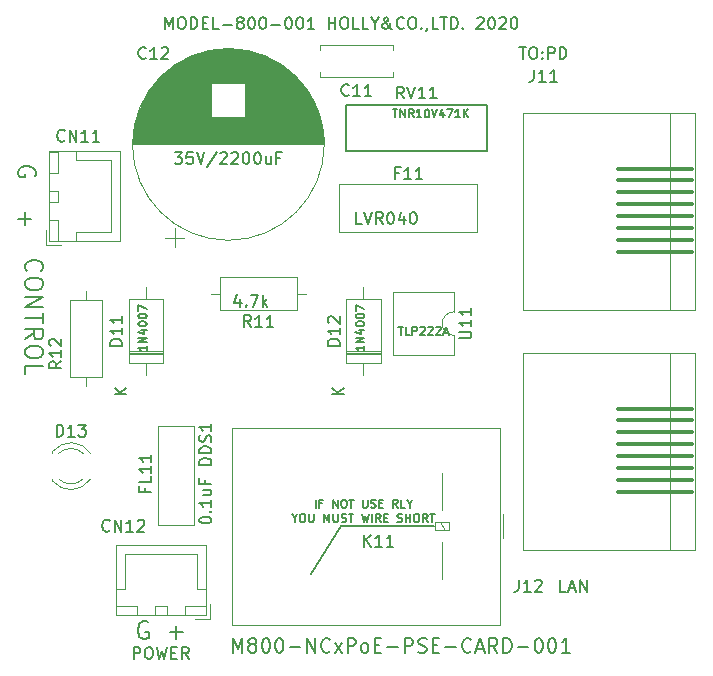
<source format=gbr>
%TF.GenerationSoftware,KiCad,Pcbnew,5.1.6-c6e7f7d~87~ubuntu18.04.1*%
%TF.CreationDate,2020-07-24T23:42:59+09:00*%
%TF.ProjectId,002,3030322e-6b69-4636-9164-5f7063625858,001*%
%TF.SameCoordinates,Original*%
%TF.FileFunction,Legend,Top*%
%TF.FilePolarity,Positive*%
%FSLAX46Y46*%
G04 Gerber Fmt 4.6, Leading zero omitted, Abs format (unit mm)*
G04 Created by KiCad (PCBNEW 5.1.6-c6e7f7d~87~ubuntu18.04.1) date 2020-07-24 23:42:59*
%MOMM*%
%LPD*%
G01*
G04 APERTURE LIST*
%ADD10C,0.150000*%
%ADD11C,0.120000*%
%ADD12C,0.300000*%
G04 APERTURE END LIST*
D10*
X185412142Y-106497380D02*
X184935952Y-106497380D01*
X184935952Y-105497380D01*
X185697857Y-106211666D02*
X186174047Y-106211666D01*
X185602619Y-106497380D02*
X185935952Y-105497380D01*
X186269285Y-106497380D01*
X186602619Y-106497380D02*
X186602619Y-105497380D01*
X187174047Y-106497380D01*
X187174047Y-105497380D01*
X181467380Y-60412380D02*
X182038809Y-60412380D01*
X181753095Y-61412380D02*
X181753095Y-60412380D01*
X182562619Y-60412380D02*
X182753095Y-60412380D01*
X182848333Y-60460000D01*
X182943571Y-60555238D01*
X182991190Y-60745714D01*
X182991190Y-61079047D01*
X182943571Y-61269523D01*
X182848333Y-61364761D01*
X182753095Y-61412380D01*
X182562619Y-61412380D01*
X182467380Y-61364761D01*
X182372142Y-61269523D01*
X182324523Y-61079047D01*
X182324523Y-60745714D01*
X182372142Y-60555238D01*
X182467380Y-60460000D01*
X182562619Y-60412380D01*
X183419761Y-61317142D02*
X183467380Y-61364761D01*
X183419761Y-61412380D01*
X183372142Y-61364761D01*
X183419761Y-61317142D01*
X183419761Y-61412380D01*
X183419761Y-60793333D02*
X183467380Y-60840952D01*
X183419761Y-60888571D01*
X183372142Y-60840952D01*
X183419761Y-60793333D01*
X183419761Y-60888571D01*
X183895952Y-61412380D02*
X183895952Y-60412380D01*
X184276904Y-60412380D01*
X184372142Y-60460000D01*
X184419761Y-60507619D01*
X184467380Y-60602857D01*
X184467380Y-60745714D01*
X184419761Y-60840952D01*
X184372142Y-60888571D01*
X184276904Y-60936190D01*
X183895952Y-60936190D01*
X184895952Y-61412380D02*
X184895952Y-60412380D01*
X185134047Y-60412380D01*
X185276904Y-60460000D01*
X185372142Y-60555238D01*
X185419761Y-60650476D01*
X185467380Y-60840952D01*
X185467380Y-60983809D01*
X185419761Y-61174285D01*
X185372142Y-61269523D01*
X185276904Y-61364761D01*
X185134047Y-61412380D01*
X184895952Y-61412380D01*
X140450000Y-71346428D02*
X140521428Y-71203571D01*
X140521428Y-70989285D01*
X140450000Y-70775000D01*
X140307142Y-70632142D01*
X140164285Y-70560714D01*
X139878571Y-70489285D01*
X139664285Y-70489285D01*
X139378571Y-70560714D01*
X139235714Y-70632142D01*
X139092857Y-70775000D01*
X139021428Y-70989285D01*
X139021428Y-71132142D01*
X139092857Y-71346428D01*
X139164285Y-71417857D01*
X139664285Y-71417857D01*
X139664285Y-71132142D01*
X139592857Y-74346428D02*
X139592857Y-75489285D01*
X139021428Y-74917857D02*
X140164285Y-74917857D01*
X139799285Y-79363571D02*
X139727857Y-79292142D01*
X139656428Y-79077857D01*
X139656428Y-78935000D01*
X139727857Y-78720714D01*
X139870714Y-78577857D01*
X140013571Y-78506428D01*
X140299285Y-78435000D01*
X140513571Y-78435000D01*
X140799285Y-78506428D01*
X140942142Y-78577857D01*
X141085000Y-78720714D01*
X141156428Y-78935000D01*
X141156428Y-79077857D01*
X141085000Y-79292142D01*
X141013571Y-79363571D01*
X141156428Y-80292142D02*
X141156428Y-80577857D01*
X141085000Y-80720714D01*
X140942142Y-80863571D01*
X140656428Y-80935000D01*
X140156428Y-80935000D01*
X139870714Y-80863571D01*
X139727857Y-80720714D01*
X139656428Y-80577857D01*
X139656428Y-80292142D01*
X139727857Y-80149285D01*
X139870714Y-80006428D01*
X140156428Y-79935000D01*
X140656428Y-79935000D01*
X140942142Y-80006428D01*
X141085000Y-80149285D01*
X141156428Y-80292142D01*
X139656428Y-81577857D02*
X141156428Y-81577857D01*
X139656428Y-82435000D01*
X141156428Y-82435000D01*
X141156428Y-82935000D02*
X141156428Y-83792142D01*
X139656428Y-83363571D02*
X141156428Y-83363571D01*
X139656428Y-85149285D02*
X140370714Y-84649285D01*
X139656428Y-84292142D02*
X141156428Y-84292142D01*
X141156428Y-84863571D01*
X141085000Y-85006428D01*
X141013571Y-85077857D01*
X140870714Y-85149285D01*
X140656428Y-85149285D01*
X140513571Y-85077857D01*
X140442142Y-85006428D01*
X140370714Y-84863571D01*
X140370714Y-84292142D01*
X141156428Y-86077857D02*
X141156428Y-86363571D01*
X141085000Y-86506428D01*
X140942142Y-86649285D01*
X140656428Y-86720714D01*
X140156428Y-86720714D01*
X139870714Y-86649285D01*
X139727857Y-86506428D01*
X139656428Y-86363571D01*
X139656428Y-86077857D01*
X139727857Y-85935000D01*
X139870714Y-85792142D01*
X140156428Y-85720714D01*
X140656428Y-85720714D01*
X140942142Y-85792142D01*
X141085000Y-85935000D01*
X141156428Y-86077857D01*
X139656428Y-88077857D02*
X139656428Y-87363571D01*
X141156428Y-87363571D01*
X151465238Y-58872380D02*
X151465238Y-57872380D01*
X151798571Y-58586666D01*
X152131904Y-57872380D01*
X152131904Y-58872380D01*
X152798571Y-57872380D02*
X152989047Y-57872380D01*
X153084285Y-57920000D01*
X153179523Y-58015238D01*
X153227142Y-58205714D01*
X153227142Y-58539047D01*
X153179523Y-58729523D01*
X153084285Y-58824761D01*
X152989047Y-58872380D01*
X152798571Y-58872380D01*
X152703333Y-58824761D01*
X152608095Y-58729523D01*
X152560476Y-58539047D01*
X152560476Y-58205714D01*
X152608095Y-58015238D01*
X152703333Y-57920000D01*
X152798571Y-57872380D01*
X153655714Y-58872380D02*
X153655714Y-57872380D01*
X153893809Y-57872380D01*
X154036666Y-57920000D01*
X154131904Y-58015238D01*
X154179523Y-58110476D01*
X154227142Y-58300952D01*
X154227142Y-58443809D01*
X154179523Y-58634285D01*
X154131904Y-58729523D01*
X154036666Y-58824761D01*
X153893809Y-58872380D01*
X153655714Y-58872380D01*
X154655714Y-58348571D02*
X154989047Y-58348571D01*
X155131904Y-58872380D02*
X154655714Y-58872380D01*
X154655714Y-57872380D01*
X155131904Y-57872380D01*
X156036666Y-58872380D02*
X155560476Y-58872380D01*
X155560476Y-57872380D01*
X156370000Y-58491428D02*
X157131904Y-58491428D01*
X157750952Y-58300952D02*
X157655714Y-58253333D01*
X157608095Y-58205714D01*
X157560476Y-58110476D01*
X157560476Y-58062857D01*
X157608095Y-57967619D01*
X157655714Y-57920000D01*
X157750952Y-57872380D01*
X157941428Y-57872380D01*
X158036666Y-57920000D01*
X158084285Y-57967619D01*
X158131904Y-58062857D01*
X158131904Y-58110476D01*
X158084285Y-58205714D01*
X158036666Y-58253333D01*
X157941428Y-58300952D01*
X157750952Y-58300952D01*
X157655714Y-58348571D01*
X157608095Y-58396190D01*
X157560476Y-58491428D01*
X157560476Y-58681904D01*
X157608095Y-58777142D01*
X157655714Y-58824761D01*
X157750952Y-58872380D01*
X157941428Y-58872380D01*
X158036666Y-58824761D01*
X158084285Y-58777142D01*
X158131904Y-58681904D01*
X158131904Y-58491428D01*
X158084285Y-58396190D01*
X158036666Y-58348571D01*
X157941428Y-58300952D01*
X158750952Y-57872380D02*
X158846190Y-57872380D01*
X158941428Y-57920000D01*
X158989047Y-57967619D01*
X159036666Y-58062857D01*
X159084285Y-58253333D01*
X159084285Y-58491428D01*
X159036666Y-58681904D01*
X158989047Y-58777142D01*
X158941428Y-58824761D01*
X158846190Y-58872380D01*
X158750952Y-58872380D01*
X158655714Y-58824761D01*
X158608095Y-58777142D01*
X158560476Y-58681904D01*
X158512857Y-58491428D01*
X158512857Y-58253333D01*
X158560476Y-58062857D01*
X158608095Y-57967619D01*
X158655714Y-57920000D01*
X158750952Y-57872380D01*
X159703333Y-57872380D02*
X159798571Y-57872380D01*
X159893809Y-57920000D01*
X159941428Y-57967619D01*
X159989047Y-58062857D01*
X160036666Y-58253333D01*
X160036666Y-58491428D01*
X159989047Y-58681904D01*
X159941428Y-58777142D01*
X159893809Y-58824761D01*
X159798571Y-58872380D01*
X159703333Y-58872380D01*
X159608095Y-58824761D01*
X159560476Y-58777142D01*
X159512857Y-58681904D01*
X159465238Y-58491428D01*
X159465238Y-58253333D01*
X159512857Y-58062857D01*
X159560476Y-57967619D01*
X159608095Y-57920000D01*
X159703333Y-57872380D01*
X160465238Y-58491428D02*
X161227142Y-58491428D01*
X161893809Y-57872380D02*
X161989047Y-57872380D01*
X162084285Y-57920000D01*
X162131904Y-57967619D01*
X162179523Y-58062857D01*
X162227142Y-58253333D01*
X162227142Y-58491428D01*
X162179523Y-58681904D01*
X162131904Y-58777142D01*
X162084285Y-58824761D01*
X161989047Y-58872380D01*
X161893809Y-58872380D01*
X161798571Y-58824761D01*
X161750952Y-58777142D01*
X161703333Y-58681904D01*
X161655714Y-58491428D01*
X161655714Y-58253333D01*
X161703333Y-58062857D01*
X161750952Y-57967619D01*
X161798571Y-57920000D01*
X161893809Y-57872380D01*
X162846190Y-57872380D02*
X162941428Y-57872380D01*
X163036666Y-57920000D01*
X163084285Y-57967619D01*
X163131904Y-58062857D01*
X163179523Y-58253333D01*
X163179523Y-58491428D01*
X163131904Y-58681904D01*
X163084285Y-58777142D01*
X163036666Y-58824761D01*
X162941428Y-58872380D01*
X162846190Y-58872380D01*
X162750952Y-58824761D01*
X162703333Y-58777142D01*
X162655714Y-58681904D01*
X162608095Y-58491428D01*
X162608095Y-58253333D01*
X162655714Y-58062857D01*
X162703333Y-57967619D01*
X162750952Y-57920000D01*
X162846190Y-57872380D01*
X164131904Y-58872380D02*
X163560476Y-58872380D01*
X163846190Y-58872380D02*
X163846190Y-57872380D01*
X163750952Y-58015238D01*
X163655714Y-58110476D01*
X163560476Y-58158095D01*
X165322380Y-58872380D02*
X165322380Y-57872380D01*
X165322380Y-58348571D02*
X165893809Y-58348571D01*
X165893809Y-58872380D02*
X165893809Y-57872380D01*
X166560476Y-57872380D02*
X166750952Y-57872380D01*
X166846190Y-57920000D01*
X166941428Y-58015238D01*
X166989047Y-58205714D01*
X166989047Y-58539047D01*
X166941428Y-58729523D01*
X166846190Y-58824761D01*
X166750952Y-58872380D01*
X166560476Y-58872380D01*
X166465238Y-58824761D01*
X166370000Y-58729523D01*
X166322380Y-58539047D01*
X166322380Y-58205714D01*
X166370000Y-58015238D01*
X166465238Y-57920000D01*
X166560476Y-57872380D01*
X167893809Y-58872380D02*
X167417619Y-58872380D01*
X167417619Y-57872380D01*
X168703333Y-58872380D02*
X168227142Y-58872380D01*
X168227142Y-57872380D01*
X169227142Y-58396190D02*
X169227142Y-58872380D01*
X168893809Y-57872380D02*
X169227142Y-58396190D01*
X169560476Y-57872380D01*
X170703333Y-58872380D02*
X170655714Y-58872380D01*
X170560476Y-58824761D01*
X170417619Y-58681904D01*
X170179523Y-58396190D01*
X170084285Y-58253333D01*
X170036666Y-58110476D01*
X170036666Y-58015238D01*
X170084285Y-57920000D01*
X170179523Y-57872380D01*
X170227142Y-57872380D01*
X170322380Y-57920000D01*
X170370000Y-58015238D01*
X170370000Y-58062857D01*
X170322380Y-58158095D01*
X170274761Y-58205714D01*
X169989047Y-58396190D01*
X169941428Y-58443809D01*
X169893809Y-58539047D01*
X169893809Y-58681904D01*
X169941428Y-58777142D01*
X169989047Y-58824761D01*
X170084285Y-58872380D01*
X170227142Y-58872380D01*
X170322380Y-58824761D01*
X170370000Y-58777142D01*
X170512857Y-58586666D01*
X170560476Y-58443809D01*
X170560476Y-58348571D01*
X171703333Y-58777142D02*
X171655714Y-58824761D01*
X171512857Y-58872380D01*
X171417619Y-58872380D01*
X171274761Y-58824761D01*
X171179523Y-58729523D01*
X171131904Y-58634285D01*
X171084285Y-58443809D01*
X171084285Y-58300952D01*
X171131904Y-58110476D01*
X171179523Y-58015238D01*
X171274761Y-57920000D01*
X171417619Y-57872380D01*
X171512857Y-57872380D01*
X171655714Y-57920000D01*
X171703333Y-57967619D01*
X172322380Y-57872380D02*
X172512857Y-57872380D01*
X172608095Y-57920000D01*
X172703333Y-58015238D01*
X172750952Y-58205714D01*
X172750952Y-58539047D01*
X172703333Y-58729523D01*
X172608095Y-58824761D01*
X172512857Y-58872380D01*
X172322380Y-58872380D01*
X172227142Y-58824761D01*
X172131904Y-58729523D01*
X172084285Y-58539047D01*
X172084285Y-58205714D01*
X172131904Y-58015238D01*
X172227142Y-57920000D01*
X172322380Y-57872380D01*
X173179523Y-58777142D02*
X173227142Y-58824761D01*
X173179523Y-58872380D01*
X173131904Y-58824761D01*
X173179523Y-58777142D01*
X173179523Y-58872380D01*
X173703333Y-58824761D02*
X173703333Y-58872380D01*
X173655714Y-58967619D01*
X173608095Y-59015238D01*
X174608095Y-58872380D02*
X174131904Y-58872380D01*
X174131904Y-57872380D01*
X174798571Y-57872380D02*
X175370000Y-57872380D01*
X175084285Y-58872380D02*
X175084285Y-57872380D01*
X175703333Y-58872380D02*
X175703333Y-57872380D01*
X175941428Y-57872380D01*
X176084285Y-57920000D01*
X176179523Y-58015238D01*
X176227142Y-58110476D01*
X176274761Y-58300952D01*
X176274761Y-58443809D01*
X176227142Y-58634285D01*
X176179523Y-58729523D01*
X176084285Y-58824761D01*
X175941428Y-58872380D01*
X175703333Y-58872380D01*
X176703333Y-58777142D02*
X176750952Y-58824761D01*
X176703333Y-58872380D01*
X176655714Y-58824761D01*
X176703333Y-58777142D01*
X176703333Y-58872380D01*
X177893809Y-57967619D02*
X177941428Y-57920000D01*
X178036666Y-57872380D01*
X178274761Y-57872380D01*
X178370000Y-57920000D01*
X178417619Y-57967619D01*
X178465238Y-58062857D01*
X178465238Y-58158095D01*
X178417619Y-58300952D01*
X177846190Y-58872380D01*
X178465238Y-58872380D01*
X179084285Y-57872380D02*
X179179523Y-57872380D01*
X179274761Y-57920000D01*
X179322380Y-57967619D01*
X179370000Y-58062857D01*
X179417619Y-58253333D01*
X179417619Y-58491428D01*
X179370000Y-58681904D01*
X179322380Y-58777142D01*
X179274761Y-58824761D01*
X179179523Y-58872380D01*
X179084285Y-58872380D01*
X178989047Y-58824761D01*
X178941428Y-58777142D01*
X178893809Y-58681904D01*
X178846190Y-58491428D01*
X178846190Y-58253333D01*
X178893809Y-58062857D01*
X178941428Y-57967619D01*
X178989047Y-57920000D01*
X179084285Y-57872380D01*
X179798571Y-57967619D02*
X179846190Y-57920000D01*
X179941428Y-57872380D01*
X180179523Y-57872380D01*
X180274761Y-57920000D01*
X180322380Y-57967619D01*
X180370000Y-58062857D01*
X180370000Y-58158095D01*
X180322380Y-58300952D01*
X179750952Y-58872380D01*
X180370000Y-58872380D01*
X180989047Y-57872380D02*
X181084285Y-57872380D01*
X181179523Y-57920000D01*
X181227142Y-57967619D01*
X181274761Y-58062857D01*
X181322380Y-58253333D01*
X181322380Y-58491428D01*
X181274761Y-58681904D01*
X181227142Y-58777142D01*
X181179523Y-58824761D01*
X181084285Y-58872380D01*
X180989047Y-58872380D01*
X180893809Y-58824761D01*
X180846190Y-58777142D01*
X180798571Y-58681904D01*
X180750952Y-58491428D01*
X180750952Y-58253333D01*
X180798571Y-58062857D01*
X180846190Y-57967619D01*
X180893809Y-57920000D01*
X180989047Y-57872380D01*
X174244000Y-100965000D02*
X166370000Y-100965000D01*
X164225000Y-99411666D02*
X164225000Y-98711666D01*
X164791666Y-99045000D02*
X164558333Y-99045000D01*
X164558333Y-99411666D02*
X164558333Y-98711666D01*
X164891666Y-98711666D01*
X165691666Y-99411666D02*
X165691666Y-98711666D01*
X166091666Y-99411666D01*
X166091666Y-98711666D01*
X166558333Y-98711666D02*
X166691666Y-98711666D01*
X166758333Y-98745000D01*
X166825000Y-98811666D01*
X166858333Y-98945000D01*
X166858333Y-99178333D01*
X166825000Y-99311666D01*
X166758333Y-99378333D01*
X166691666Y-99411666D01*
X166558333Y-99411666D01*
X166491666Y-99378333D01*
X166425000Y-99311666D01*
X166391666Y-99178333D01*
X166391666Y-98945000D01*
X166425000Y-98811666D01*
X166491666Y-98745000D01*
X166558333Y-98711666D01*
X167058333Y-98711666D02*
X167458333Y-98711666D01*
X167258333Y-99411666D02*
X167258333Y-98711666D01*
X168225000Y-98711666D02*
X168225000Y-99278333D01*
X168258333Y-99345000D01*
X168291666Y-99378333D01*
X168358333Y-99411666D01*
X168491666Y-99411666D01*
X168558333Y-99378333D01*
X168591666Y-99345000D01*
X168625000Y-99278333D01*
X168625000Y-98711666D01*
X168925000Y-99378333D02*
X169025000Y-99411666D01*
X169191666Y-99411666D01*
X169258333Y-99378333D01*
X169291666Y-99345000D01*
X169325000Y-99278333D01*
X169325000Y-99211666D01*
X169291666Y-99145000D01*
X169258333Y-99111666D01*
X169191666Y-99078333D01*
X169058333Y-99045000D01*
X168991666Y-99011666D01*
X168958333Y-98978333D01*
X168925000Y-98911666D01*
X168925000Y-98845000D01*
X168958333Y-98778333D01*
X168991666Y-98745000D01*
X169058333Y-98711666D01*
X169225000Y-98711666D01*
X169325000Y-98745000D01*
X169625000Y-99045000D02*
X169858333Y-99045000D01*
X169958333Y-99411666D02*
X169625000Y-99411666D01*
X169625000Y-98711666D01*
X169958333Y-98711666D01*
X171191666Y-99411666D02*
X170958333Y-99078333D01*
X170791666Y-99411666D02*
X170791666Y-98711666D01*
X171058333Y-98711666D01*
X171125000Y-98745000D01*
X171158333Y-98778333D01*
X171191666Y-98845000D01*
X171191666Y-98945000D01*
X171158333Y-99011666D01*
X171125000Y-99045000D01*
X171058333Y-99078333D01*
X170791666Y-99078333D01*
X171825000Y-99411666D02*
X171491666Y-99411666D01*
X171491666Y-98711666D01*
X172191666Y-99078333D02*
X172191666Y-99411666D01*
X171958333Y-98711666D02*
X172191666Y-99078333D01*
X172425000Y-98711666D01*
X162458333Y-100278333D02*
X162458333Y-100611666D01*
X162225000Y-99911666D02*
X162458333Y-100278333D01*
X162691666Y-99911666D01*
X163058333Y-99911666D02*
X163191666Y-99911666D01*
X163258333Y-99945000D01*
X163325000Y-100011666D01*
X163358333Y-100145000D01*
X163358333Y-100378333D01*
X163325000Y-100511666D01*
X163258333Y-100578333D01*
X163191666Y-100611666D01*
X163058333Y-100611666D01*
X162991666Y-100578333D01*
X162925000Y-100511666D01*
X162891666Y-100378333D01*
X162891666Y-100145000D01*
X162925000Y-100011666D01*
X162991666Y-99945000D01*
X163058333Y-99911666D01*
X163658333Y-99911666D02*
X163658333Y-100478333D01*
X163691666Y-100545000D01*
X163725000Y-100578333D01*
X163791666Y-100611666D01*
X163925000Y-100611666D01*
X163991666Y-100578333D01*
X164025000Y-100545000D01*
X164058333Y-100478333D01*
X164058333Y-99911666D01*
X164925000Y-100611666D02*
X164925000Y-99911666D01*
X165158333Y-100411666D01*
X165391666Y-99911666D01*
X165391666Y-100611666D01*
X165725000Y-99911666D02*
X165725000Y-100478333D01*
X165758333Y-100545000D01*
X165791666Y-100578333D01*
X165858333Y-100611666D01*
X165991666Y-100611666D01*
X166058333Y-100578333D01*
X166091666Y-100545000D01*
X166125000Y-100478333D01*
X166125000Y-99911666D01*
X166425000Y-100578333D02*
X166525000Y-100611666D01*
X166691666Y-100611666D01*
X166758333Y-100578333D01*
X166791666Y-100545000D01*
X166825000Y-100478333D01*
X166825000Y-100411666D01*
X166791666Y-100345000D01*
X166758333Y-100311666D01*
X166691666Y-100278333D01*
X166558333Y-100245000D01*
X166491666Y-100211666D01*
X166458333Y-100178333D01*
X166425000Y-100111666D01*
X166425000Y-100045000D01*
X166458333Y-99978333D01*
X166491666Y-99945000D01*
X166558333Y-99911666D01*
X166725000Y-99911666D01*
X166825000Y-99945000D01*
X167025000Y-99911666D02*
X167425000Y-99911666D01*
X167225000Y-100611666D02*
X167225000Y-99911666D01*
X168125000Y-99911666D02*
X168291666Y-100611666D01*
X168425000Y-100111666D01*
X168558333Y-100611666D01*
X168725000Y-99911666D01*
X168991666Y-100611666D02*
X168991666Y-99911666D01*
X169725000Y-100611666D02*
X169491666Y-100278333D01*
X169325000Y-100611666D02*
X169325000Y-99911666D01*
X169591666Y-99911666D01*
X169658333Y-99945000D01*
X169691666Y-99978333D01*
X169725000Y-100045000D01*
X169725000Y-100145000D01*
X169691666Y-100211666D01*
X169658333Y-100245000D01*
X169591666Y-100278333D01*
X169325000Y-100278333D01*
X170025000Y-100245000D02*
X170258333Y-100245000D01*
X170358333Y-100611666D02*
X170025000Y-100611666D01*
X170025000Y-99911666D01*
X170358333Y-99911666D01*
X171158333Y-100578333D02*
X171258333Y-100611666D01*
X171425000Y-100611666D01*
X171491666Y-100578333D01*
X171525000Y-100545000D01*
X171558333Y-100478333D01*
X171558333Y-100411666D01*
X171525000Y-100345000D01*
X171491666Y-100311666D01*
X171425000Y-100278333D01*
X171291666Y-100245000D01*
X171225000Y-100211666D01*
X171191666Y-100178333D01*
X171158333Y-100111666D01*
X171158333Y-100045000D01*
X171191666Y-99978333D01*
X171225000Y-99945000D01*
X171291666Y-99911666D01*
X171458333Y-99911666D01*
X171558333Y-99945000D01*
X171858333Y-100611666D02*
X171858333Y-99911666D01*
X171858333Y-100245000D02*
X172258333Y-100245000D01*
X172258333Y-100611666D02*
X172258333Y-99911666D01*
X172725000Y-99911666D02*
X172858333Y-99911666D01*
X172925000Y-99945000D01*
X172991666Y-100011666D01*
X173025000Y-100145000D01*
X173025000Y-100378333D01*
X172991666Y-100511666D01*
X172925000Y-100578333D01*
X172858333Y-100611666D01*
X172725000Y-100611666D01*
X172658333Y-100578333D01*
X172591666Y-100511666D01*
X172558333Y-100378333D01*
X172558333Y-100145000D01*
X172591666Y-100011666D01*
X172658333Y-99945000D01*
X172725000Y-99911666D01*
X173725000Y-100611666D02*
X173491666Y-100278333D01*
X173325000Y-100611666D02*
X173325000Y-99911666D01*
X173591666Y-99911666D01*
X173658333Y-99945000D01*
X173691666Y-99978333D01*
X173725000Y-100045000D01*
X173725000Y-100145000D01*
X173691666Y-100211666D01*
X173658333Y-100245000D01*
X173591666Y-100278333D01*
X173325000Y-100278333D01*
X173925000Y-99911666D02*
X174325000Y-99911666D01*
X174125000Y-100611666D02*
X174125000Y-99911666D01*
X166370000Y-100965000D02*
X163830000Y-105029000D01*
X150022857Y-109105000D02*
X149880000Y-109033571D01*
X149665714Y-109033571D01*
X149451428Y-109105000D01*
X149308571Y-109247857D01*
X149237142Y-109390714D01*
X149165714Y-109676428D01*
X149165714Y-109890714D01*
X149237142Y-110176428D01*
X149308571Y-110319285D01*
X149451428Y-110462142D01*
X149665714Y-110533571D01*
X149808571Y-110533571D01*
X150022857Y-110462142D01*
X150094285Y-110390714D01*
X150094285Y-109890714D01*
X149808571Y-109890714D01*
X151880000Y-109962142D02*
X153022857Y-109962142D01*
X152451428Y-110533571D02*
X152451428Y-109390714D01*
X148820476Y-112212380D02*
X148820476Y-111212380D01*
X149201428Y-111212380D01*
X149296666Y-111260000D01*
X149344285Y-111307619D01*
X149391904Y-111402857D01*
X149391904Y-111545714D01*
X149344285Y-111640952D01*
X149296666Y-111688571D01*
X149201428Y-111736190D01*
X148820476Y-111736190D01*
X150010952Y-111212380D02*
X150201428Y-111212380D01*
X150296666Y-111260000D01*
X150391904Y-111355238D01*
X150439523Y-111545714D01*
X150439523Y-111879047D01*
X150391904Y-112069523D01*
X150296666Y-112164761D01*
X150201428Y-112212380D01*
X150010952Y-112212380D01*
X149915714Y-112164761D01*
X149820476Y-112069523D01*
X149772857Y-111879047D01*
X149772857Y-111545714D01*
X149820476Y-111355238D01*
X149915714Y-111260000D01*
X150010952Y-111212380D01*
X150772857Y-111212380D02*
X151010952Y-112212380D01*
X151201428Y-111498095D01*
X151391904Y-112212380D01*
X151630000Y-111212380D01*
X152010952Y-111688571D02*
X152344285Y-111688571D01*
X152487142Y-112212380D02*
X152010952Y-112212380D01*
X152010952Y-111212380D01*
X152487142Y-111212380D01*
X153487142Y-112212380D02*
X153153809Y-111736190D01*
X152915714Y-112212380D02*
X152915714Y-111212380D01*
X153296666Y-111212380D01*
X153391904Y-111260000D01*
X153439523Y-111307619D01*
X153487142Y-111402857D01*
X153487142Y-111545714D01*
X153439523Y-111640952D01*
X153391904Y-111688571D01*
X153296666Y-111736190D01*
X152915714Y-111736190D01*
X157221428Y-111667857D02*
X157221428Y-110467857D01*
X157621428Y-111325000D01*
X158021428Y-110467857D01*
X158021428Y-111667857D01*
X158764285Y-110982142D02*
X158650000Y-110925000D01*
X158592857Y-110867857D01*
X158535714Y-110753571D01*
X158535714Y-110696428D01*
X158592857Y-110582142D01*
X158650000Y-110525000D01*
X158764285Y-110467857D01*
X158992857Y-110467857D01*
X159107142Y-110525000D01*
X159164285Y-110582142D01*
X159221428Y-110696428D01*
X159221428Y-110753571D01*
X159164285Y-110867857D01*
X159107142Y-110925000D01*
X158992857Y-110982142D01*
X158764285Y-110982142D01*
X158650000Y-111039285D01*
X158592857Y-111096428D01*
X158535714Y-111210714D01*
X158535714Y-111439285D01*
X158592857Y-111553571D01*
X158650000Y-111610714D01*
X158764285Y-111667857D01*
X158992857Y-111667857D01*
X159107142Y-111610714D01*
X159164285Y-111553571D01*
X159221428Y-111439285D01*
X159221428Y-111210714D01*
X159164285Y-111096428D01*
X159107142Y-111039285D01*
X158992857Y-110982142D01*
X159964285Y-110467857D02*
X160078571Y-110467857D01*
X160192857Y-110525000D01*
X160250000Y-110582142D01*
X160307142Y-110696428D01*
X160364285Y-110925000D01*
X160364285Y-111210714D01*
X160307142Y-111439285D01*
X160250000Y-111553571D01*
X160192857Y-111610714D01*
X160078571Y-111667857D01*
X159964285Y-111667857D01*
X159850000Y-111610714D01*
X159792857Y-111553571D01*
X159735714Y-111439285D01*
X159678571Y-111210714D01*
X159678571Y-110925000D01*
X159735714Y-110696428D01*
X159792857Y-110582142D01*
X159850000Y-110525000D01*
X159964285Y-110467857D01*
X161107142Y-110467857D02*
X161221428Y-110467857D01*
X161335714Y-110525000D01*
X161392857Y-110582142D01*
X161450000Y-110696428D01*
X161507142Y-110925000D01*
X161507142Y-111210714D01*
X161450000Y-111439285D01*
X161392857Y-111553571D01*
X161335714Y-111610714D01*
X161221428Y-111667857D01*
X161107142Y-111667857D01*
X160992857Y-111610714D01*
X160935714Y-111553571D01*
X160878571Y-111439285D01*
X160821428Y-111210714D01*
X160821428Y-110925000D01*
X160878571Y-110696428D01*
X160935714Y-110582142D01*
X160992857Y-110525000D01*
X161107142Y-110467857D01*
X162021428Y-111210714D02*
X162935714Y-111210714D01*
X163507142Y-111667857D02*
X163507142Y-110467857D01*
X164192857Y-111667857D01*
X164192857Y-110467857D01*
X165450000Y-111553571D02*
X165392857Y-111610714D01*
X165221428Y-111667857D01*
X165107142Y-111667857D01*
X164935714Y-111610714D01*
X164821428Y-111496428D01*
X164764285Y-111382142D01*
X164707142Y-111153571D01*
X164707142Y-110982142D01*
X164764285Y-110753571D01*
X164821428Y-110639285D01*
X164935714Y-110525000D01*
X165107142Y-110467857D01*
X165221428Y-110467857D01*
X165392857Y-110525000D01*
X165450000Y-110582142D01*
X165850000Y-111667857D02*
X166478571Y-110867857D01*
X165850000Y-110867857D02*
X166478571Y-111667857D01*
X166935714Y-111667857D02*
X166935714Y-110467857D01*
X167392857Y-110467857D01*
X167507142Y-110525000D01*
X167564285Y-110582142D01*
X167621428Y-110696428D01*
X167621428Y-110867857D01*
X167564285Y-110982142D01*
X167507142Y-111039285D01*
X167392857Y-111096428D01*
X166935714Y-111096428D01*
X168307142Y-111667857D02*
X168192857Y-111610714D01*
X168135714Y-111553571D01*
X168078571Y-111439285D01*
X168078571Y-111096428D01*
X168135714Y-110982142D01*
X168192857Y-110925000D01*
X168307142Y-110867857D01*
X168478571Y-110867857D01*
X168592857Y-110925000D01*
X168650000Y-110982142D01*
X168707142Y-111096428D01*
X168707142Y-111439285D01*
X168650000Y-111553571D01*
X168592857Y-111610714D01*
X168478571Y-111667857D01*
X168307142Y-111667857D01*
X169221428Y-111039285D02*
X169621428Y-111039285D01*
X169792857Y-111667857D02*
X169221428Y-111667857D01*
X169221428Y-110467857D01*
X169792857Y-110467857D01*
X170307142Y-111210714D02*
X171221428Y-111210714D01*
X171792857Y-111667857D02*
X171792857Y-110467857D01*
X172250000Y-110467857D01*
X172364285Y-110525000D01*
X172421428Y-110582142D01*
X172478571Y-110696428D01*
X172478571Y-110867857D01*
X172421428Y-110982142D01*
X172364285Y-111039285D01*
X172250000Y-111096428D01*
X171792857Y-111096428D01*
X172935714Y-111610714D02*
X173107142Y-111667857D01*
X173392857Y-111667857D01*
X173507142Y-111610714D01*
X173564285Y-111553571D01*
X173621428Y-111439285D01*
X173621428Y-111325000D01*
X173564285Y-111210714D01*
X173507142Y-111153571D01*
X173392857Y-111096428D01*
X173164285Y-111039285D01*
X173050000Y-110982142D01*
X172992857Y-110925000D01*
X172935714Y-110810714D01*
X172935714Y-110696428D01*
X172992857Y-110582142D01*
X173050000Y-110525000D01*
X173164285Y-110467857D01*
X173450000Y-110467857D01*
X173621428Y-110525000D01*
X174135714Y-111039285D02*
X174535714Y-111039285D01*
X174707142Y-111667857D02*
X174135714Y-111667857D01*
X174135714Y-110467857D01*
X174707142Y-110467857D01*
X175221428Y-111210714D02*
X176135714Y-111210714D01*
X177392857Y-111553571D02*
X177335714Y-111610714D01*
X177164285Y-111667857D01*
X177050000Y-111667857D01*
X176878571Y-111610714D01*
X176764285Y-111496428D01*
X176707142Y-111382142D01*
X176650000Y-111153571D01*
X176650000Y-110982142D01*
X176707142Y-110753571D01*
X176764285Y-110639285D01*
X176878571Y-110525000D01*
X177050000Y-110467857D01*
X177164285Y-110467857D01*
X177335714Y-110525000D01*
X177392857Y-110582142D01*
X177850000Y-111325000D02*
X178421428Y-111325000D01*
X177735714Y-111667857D02*
X178135714Y-110467857D01*
X178535714Y-111667857D01*
X179621428Y-111667857D02*
X179221428Y-111096428D01*
X178935714Y-111667857D02*
X178935714Y-110467857D01*
X179392857Y-110467857D01*
X179507142Y-110525000D01*
X179564285Y-110582142D01*
X179621428Y-110696428D01*
X179621428Y-110867857D01*
X179564285Y-110982142D01*
X179507142Y-111039285D01*
X179392857Y-111096428D01*
X178935714Y-111096428D01*
X180135714Y-111667857D02*
X180135714Y-110467857D01*
X180421428Y-110467857D01*
X180592857Y-110525000D01*
X180707142Y-110639285D01*
X180764285Y-110753571D01*
X180821428Y-110982142D01*
X180821428Y-111153571D01*
X180764285Y-111382142D01*
X180707142Y-111496428D01*
X180592857Y-111610714D01*
X180421428Y-111667857D01*
X180135714Y-111667857D01*
X181335714Y-111210714D02*
X182250000Y-111210714D01*
X183050000Y-110467857D02*
X183164285Y-110467857D01*
X183278571Y-110525000D01*
X183335714Y-110582142D01*
X183392857Y-110696428D01*
X183450000Y-110925000D01*
X183450000Y-111210714D01*
X183392857Y-111439285D01*
X183335714Y-111553571D01*
X183278571Y-111610714D01*
X183164285Y-111667857D01*
X183050000Y-111667857D01*
X182935714Y-111610714D01*
X182878571Y-111553571D01*
X182821428Y-111439285D01*
X182764285Y-111210714D01*
X182764285Y-110925000D01*
X182821428Y-110696428D01*
X182878571Y-110582142D01*
X182935714Y-110525000D01*
X183050000Y-110467857D01*
X184192857Y-110467857D02*
X184307142Y-110467857D01*
X184421428Y-110525000D01*
X184478571Y-110582142D01*
X184535714Y-110696428D01*
X184592857Y-110925000D01*
X184592857Y-111210714D01*
X184535714Y-111439285D01*
X184478571Y-111553571D01*
X184421428Y-111610714D01*
X184307142Y-111667857D01*
X184192857Y-111667857D01*
X184078571Y-111610714D01*
X184021428Y-111553571D01*
X183964285Y-111439285D01*
X183907142Y-111210714D01*
X183907142Y-110925000D01*
X183964285Y-110696428D01*
X184021428Y-110582142D01*
X184078571Y-110525000D01*
X184192857Y-110467857D01*
X185735714Y-111667857D02*
X185050000Y-111667857D01*
X185392857Y-111667857D02*
X185392857Y-110467857D01*
X185278571Y-110639285D01*
X185164285Y-110753571D01*
X185050000Y-110810714D01*
D11*
%TO.C,J12*%
X181765000Y-102965000D02*
X181765000Y-86265000D01*
X181765000Y-86265000D02*
X196365000Y-86265000D01*
X196365000Y-86265000D02*
X196365000Y-102965000D01*
X196365000Y-102965000D02*
X181765000Y-102965000D01*
X194265000Y-102965000D02*
X194265000Y-86265000D01*
D12*
X189865000Y-91015000D02*
X196065000Y-91015000D01*
X189865000Y-91935000D02*
X196065000Y-91935000D01*
X189865000Y-92955000D02*
X196065000Y-92955000D01*
X189865000Y-93975000D02*
X196065000Y-93975000D01*
X189865000Y-94995000D02*
X196065000Y-94995000D01*
X189865000Y-96015000D02*
X196065000Y-96015000D01*
X189865000Y-97035000D02*
X196065000Y-97035000D01*
X189865000Y-98055000D02*
X196065000Y-98055000D01*
D11*
%TO.C,J11*%
X181765000Y-82645000D02*
X181765000Y-65945000D01*
X181765000Y-65945000D02*
X196365000Y-65945000D01*
X196365000Y-65945000D02*
X196365000Y-82645000D01*
X196365000Y-82645000D02*
X181765000Y-82645000D01*
X194265000Y-82645000D02*
X194265000Y-65945000D01*
D12*
X189865000Y-70695000D02*
X196065000Y-70695000D01*
X189865000Y-71615000D02*
X196065000Y-71615000D01*
X189865000Y-72635000D02*
X196065000Y-72635000D01*
X189865000Y-73655000D02*
X196065000Y-73655000D01*
X189865000Y-74675000D02*
X196065000Y-74675000D01*
X189865000Y-75695000D02*
X196065000Y-75695000D01*
X189865000Y-76715000D02*
X196065000Y-76715000D01*
X189865000Y-77735000D02*
X196065000Y-77735000D01*
D11*
%TO.C,FL11*%
X150876000Y-92456000D02*
X150876000Y-100838000D01*
X153924000Y-92456000D02*
X150876000Y-92456000D01*
X153924000Y-100838000D02*
X153924000Y-92456000D01*
X150876000Y-100838000D02*
X153924000Y-100838000D01*
%TO.C,R12*%
X146150000Y-81820000D02*
X143410000Y-81820000D01*
X143410000Y-81820000D02*
X143410000Y-88360000D01*
X143410000Y-88360000D02*
X146150000Y-88360000D01*
X146150000Y-88360000D02*
X146150000Y-81820000D01*
X144780000Y-81050000D02*
X144780000Y-81820000D01*
X144780000Y-89130000D02*
X144780000Y-88360000D01*
%TO.C,D13*%
X141950000Y-94649000D02*
X141950000Y-94805000D01*
X141950000Y-96965000D02*
X141950000Y-97121000D01*
X144551130Y-96964837D02*
G75*
G02*
X142469039Y-96965000I-1041130J1079837D01*
G01*
X144551130Y-94805163D02*
G75*
G03*
X142469039Y-94805000I-1041130J-1079837D01*
G01*
X145182335Y-96963608D02*
G75*
G02*
X141950000Y-97120516I-1672335J1078608D01*
G01*
X145182335Y-94806392D02*
G75*
G03*
X141950000Y-94649484I-1672335J-1078608D01*
G01*
%TO.C,CN12*%
X154960000Y-108505000D02*
X154960000Y-102535000D01*
X154960000Y-102535000D02*
X147340000Y-102535000D01*
X147340000Y-102535000D02*
X147340000Y-108505000D01*
X147340000Y-108505000D02*
X154960000Y-108505000D01*
X151650000Y-108495000D02*
X151650000Y-107745000D01*
X151650000Y-107745000D02*
X150650000Y-107745000D01*
X150650000Y-107745000D02*
X150650000Y-108495000D01*
X150650000Y-108495000D02*
X151650000Y-108495000D01*
X154950000Y-108495000D02*
X154950000Y-107745000D01*
X154950000Y-107745000D02*
X153150000Y-107745000D01*
X153150000Y-107745000D02*
X153150000Y-108495000D01*
X153150000Y-108495000D02*
X154950000Y-108495000D01*
X149150000Y-108495000D02*
X149150000Y-107745000D01*
X149150000Y-107745000D02*
X147350000Y-107745000D01*
X147350000Y-107745000D02*
X147350000Y-108495000D01*
X147350000Y-108495000D02*
X149150000Y-108495000D01*
X154950000Y-106245000D02*
X154200000Y-106245000D01*
X154200000Y-106245000D02*
X154200000Y-103295000D01*
X154200000Y-103295000D02*
X151150000Y-103295000D01*
X147350000Y-106245000D02*
X148100000Y-106245000D01*
X148100000Y-106245000D02*
X148100000Y-103295000D01*
X148100000Y-103295000D02*
X151150000Y-103295000D01*
X154000000Y-108795000D02*
X155250000Y-108795000D01*
X155250000Y-108795000D02*
X155250000Y-107545000D01*
D10*
%TO.C,RV11*%
X178780000Y-65295000D02*
X166780000Y-65295000D01*
X178780000Y-69195000D02*
X166780000Y-69195000D01*
X166780000Y-69195000D02*
X166780000Y-65295000D01*
X178780000Y-69195000D02*
X178780000Y-65295000D01*
D11*
%TO.C,R11*%
X162655000Y-82650000D02*
X162655000Y-79910000D01*
X162655000Y-79910000D02*
X156115000Y-79910000D01*
X156115000Y-79910000D02*
X156115000Y-82650000D01*
X156115000Y-82650000D02*
X162655000Y-82650000D01*
X163425000Y-81280000D02*
X162655000Y-81280000D01*
X155345000Y-81280000D02*
X156115000Y-81280000D01*
%TO.C,C11*%
X170800000Y-62965000D02*
X164560000Y-62965000D01*
X170800000Y-60225000D02*
X164560000Y-60225000D01*
X170800000Y-62965000D02*
X170800000Y-62520000D01*
X170800000Y-60670000D02*
X170800000Y-60225000D01*
X164560000Y-62965000D02*
X164560000Y-62520000D01*
X164560000Y-60670000D02*
X164560000Y-60225000D01*
%TO.C,C12*%
X164965000Y-68640000D02*
G75*
G03*
X164965000Y-68640000I-8120000J0D01*
G01*
X148764000Y-68640000D02*
X164926000Y-68640000D01*
X148765000Y-68600000D02*
X164925000Y-68600000D01*
X148765000Y-68560000D02*
X164925000Y-68560000D01*
X148765000Y-68520000D02*
X164925000Y-68520000D01*
X148766000Y-68480000D02*
X164924000Y-68480000D01*
X148767000Y-68440000D02*
X164923000Y-68440000D01*
X148768000Y-68400000D02*
X164922000Y-68400000D01*
X148769000Y-68360000D02*
X164921000Y-68360000D01*
X148771000Y-68320000D02*
X164919000Y-68320000D01*
X148772000Y-68280000D02*
X164918000Y-68280000D01*
X148774000Y-68240000D02*
X164916000Y-68240000D01*
X148776000Y-68200000D02*
X164914000Y-68200000D01*
X148779000Y-68160000D02*
X164911000Y-68160000D01*
X148781000Y-68120000D02*
X164909000Y-68120000D01*
X148784000Y-68080000D02*
X164906000Y-68080000D01*
X148787000Y-68040000D02*
X164903000Y-68040000D01*
X148790000Y-68000000D02*
X164900000Y-68000000D01*
X148793000Y-67960000D02*
X164897000Y-67960000D01*
X148796000Y-67919000D02*
X164894000Y-67919000D01*
X148800000Y-67879000D02*
X164890000Y-67879000D01*
X148804000Y-67839000D02*
X164886000Y-67839000D01*
X148808000Y-67799000D02*
X164882000Y-67799000D01*
X148812000Y-67759000D02*
X164878000Y-67759000D01*
X148817000Y-67719000D02*
X164873000Y-67719000D01*
X148821000Y-67679000D02*
X164869000Y-67679000D01*
X148826000Y-67639000D02*
X164864000Y-67639000D01*
X148831000Y-67599000D02*
X164859000Y-67599000D01*
X148837000Y-67559000D02*
X164853000Y-67559000D01*
X148842000Y-67519000D02*
X164848000Y-67519000D01*
X148848000Y-67479000D02*
X164842000Y-67479000D01*
X148854000Y-67439000D02*
X164836000Y-67439000D01*
X148860000Y-67399000D02*
X164830000Y-67399000D01*
X148866000Y-67359000D02*
X164824000Y-67359000D01*
X148873000Y-67319000D02*
X164817000Y-67319000D01*
X148879000Y-67279000D02*
X164811000Y-67279000D01*
X148886000Y-67239000D02*
X164804000Y-67239000D01*
X148893000Y-67199000D02*
X164797000Y-67199000D01*
X148901000Y-67159000D02*
X164789000Y-67159000D01*
X148908000Y-67119000D02*
X164782000Y-67119000D01*
X148916000Y-67079000D02*
X164774000Y-67079000D01*
X148924000Y-67039000D02*
X164766000Y-67039000D01*
X148932000Y-66999000D02*
X164758000Y-66999000D01*
X148940000Y-66959000D02*
X164750000Y-66959000D01*
X148949000Y-66919000D02*
X164741000Y-66919000D01*
X148958000Y-66879000D02*
X164732000Y-66879000D01*
X148967000Y-66839000D02*
X164723000Y-66839000D01*
X148976000Y-66799000D02*
X164714000Y-66799000D01*
X148985000Y-66759000D02*
X164705000Y-66759000D01*
X148995000Y-66719000D02*
X164695000Y-66719000D01*
X149005000Y-66679000D02*
X164685000Y-66679000D01*
X149015000Y-66639000D02*
X164675000Y-66639000D01*
X149025000Y-66599000D02*
X164665000Y-66599000D01*
X149035000Y-66559000D02*
X164655000Y-66559000D01*
X149046000Y-66519000D02*
X164644000Y-66519000D01*
X149057000Y-66479000D02*
X164633000Y-66479000D01*
X149068000Y-66439000D02*
X164622000Y-66439000D01*
X149080000Y-66399000D02*
X164610000Y-66399000D01*
X149091000Y-66359000D02*
X164599000Y-66359000D01*
X149103000Y-66319000D02*
X155405000Y-66319000D01*
X158285000Y-66319000D02*
X164587000Y-66319000D01*
X149115000Y-66279000D02*
X155405000Y-66279000D01*
X158285000Y-66279000D02*
X164575000Y-66279000D01*
X149127000Y-66239000D02*
X155405000Y-66239000D01*
X158285000Y-66239000D02*
X164563000Y-66239000D01*
X149140000Y-66199000D02*
X155405000Y-66199000D01*
X158285000Y-66199000D02*
X164550000Y-66199000D01*
X149152000Y-66159000D02*
X155405000Y-66159000D01*
X158285000Y-66159000D02*
X164538000Y-66159000D01*
X149165000Y-66119000D02*
X155405000Y-66119000D01*
X158285000Y-66119000D02*
X164525000Y-66119000D01*
X149179000Y-66079000D02*
X155405000Y-66079000D01*
X158285000Y-66079000D02*
X164511000Y-66079000D01*
X149192000Y-66039000D02*
X155405000Y-66039000D01*
X158285000Y-66039000D02*
X164498000Y-66039000D01*
X149206000Y-65999000D02*
X155405000Y-65999000D01*
X158285000Y-65999000D02*
X164484000Y-65999000D01*
X149220000Y-65959000D02*
X155405000Y-65959000D01*
X158285000Y-65959000D02*
X164470000Y-65959000D01*
X149234000Y-65919000D02*
X155405000Y-65919000D01*
X158285000Y-65919000D02*
X164456000Y-65919000D01*
X149248000Y-65879000D02*
X155405000Y-65879000D01*
X158285000Y-65879000D02*
X164442000Y-65879000D01*
X149263000Y-65839000D02*
X155405000Y-65839000D01*
X158285000Y-65839000D02*
X164427000Y-65839000D01*
X149277000Y-65799000D02*
X155405000Y-65799000D01*
X158285000Y-65799000D02*
X164413000Y-65799000D01*
X149292000Y-65759000D02*
X155405000Y-65759000D01*
X158285000Y-65759000D02*
X164398000Y-65759000D01*
X149308000Y-65719000D02*
X155405000Y-65719000D01*
X158285000Y-65719000D02*
X164382000Y-65719000D01*
X149323000Y-65679000D02*
X155405000Y-65679000D01*
X158285000Y-65679000D02*
X164367000Y-65679000D01*
X149339000Y-65639000D02*
X155405000Y-65639000D01*
X158285000Y-65639000D02*
X164351000Y-65639000D01*
X149355000Y-65599000D02*
X155405000Y-65599000D01*
X158285000Y-65599000D02*
X164335000Y-65599000D01*
X149371000Y-65559000D02*
X155405000Y-65559000D01*
X158285000Y-65559000D02*
X164319000Y-65559000D01*
X149388000Y-65519000D02*
X155405000Y-65519000D01*
X158285000Y-65519000D02*
X164302000Y-65519000D01*
X149405000Y-65479000D02*
X155405000Y-65479000D01*
X158285000Y-65479000D02*
X164285000Y-65479000D01*
X149422000Y-65439000D02*
X155405000Y-65439000D01*
X158285000Y-65439000D02*
X164268000Y-65439000D01*
X149439000Y-65399000D02*
X155405000Y-65399000D01*
X158285000Y-65399000D02*
X164251000Y-65399000D01*
X149456000Y-65359000D02*
X155405000Y-65359000D01*
X158285000Y-65359000D02*
X164234000Y-65359000D01*
X149474000Y-65319000D02*
X155405000Y-65319000D01*
X158285000Y-65319000D02*
X164216000Y-65319000D01*
X149492000Y-65279000D02*
X155405000Y-65279000D01*
X158285000Y-65279000D02*
X164198000Y-65279000D01*
X149511000Y-65239000D02*
X155405000Y-65239000D01*
X158285000Y-65239000D02*
X164179000Y-65239000D01*
X149529000Y-65199000D02*
X155405000Y-65199000D01*
X158285000Y-65199000D02*
X164161000Y-65199000D01*
X149548000Y-65159000D02*
X155405000Y-65159000D01*
X158285000Y-65159000D02*
X164142000Y-65159000D01*
X149567000Y-65119000D02*
X155405000Y-65119000D01*
X158285000Y-65119000D02*
X164123000Y-65119000D01*
X149587000Y-65079000D02*
X155405000Y-65079000D01*
X158285000Y-65079000D02*
X164103000Y-65079000D01*
X149606000Y-65039000D02*
X155405000Y-65039000D01*
X158285000Y-65039000D02*
X164084000Y-65039000D01*
X149626000Y-64999000D02*
X155405000Y-64999000D01*
X158285000Y-64999000D02*
X164064000Y-64999000D01*
X149646000Y-64959000D02*
X155405000Y-64959000D01*
X158285000Y-64959000D02*
X164044000Y-64959000D01*
X149667000Y-64919000D02*
X155405000Y-64919000D01*
X158285000Y-64919000D02*
X164023000Y-64919000D01*
X149688000Y-64879000D02*
X155405000Y-64879000D01*
X158285000Y-64879000D02*
X164002000Y-64879000D01*
X149709000Y-64839000D02*
X155405000Y-64839000D01*
X158285000Y-64839000D02*
X163981000Y-64839000D01*
X149730000Y-64799000D02*
X155405000Y-64799000D01*
X158285000Y-64799000D02*
X163960000Y-64799000D01*
X149751000Y-64759000D02*
X155405000Y-64759000D01*
X158285000Y-64759000D02*
X163939000Y-64759000D01*
X149773000Y-64719000D02*
X155405000Y-64719000D01*
X158285000Y-64719000D02*
X163917000Y-64719000D01*
X149796000Y-64679000D02*
X155405000Y-64679000D01*
X158285000Y-64679000D02*
X163894000Y-64679000D01*
X149818000Y-64639000D02*
X155405000Y-64639000D01*
X158285000Y-64639000D02*
X163872000Y-64639000D01*
X149841000Y-64599000D02*
X155405000Y-64599000D01*
X158285000Y-64599000D02*
X163849000Y-64599000D01*
X149864000Y-64559000D02*
X155405000Y-64559000D01*
X158285000Y-64559000D02*
X163826000Y-64559000D01*
X149887000Y-64519000D02*
X155405000Y-64519000D01*
X158285000Y-64519000D02*
X163803000Y-64519000D01*
X149911000Y-64479000D02*
X155405000Y-64479000D01*
X158285000Y-64479000D02*
X163779000Y-64479000D01*
X149935000Y-64439000D02*
X155405000Y-64439000D01*
X158285000Y-64439000D02*
X163755000Y-64439000D01*
X149959000Y-64399000D02*
X155405000Y-64399000D01*
X158285000Y-64399000D02*
X163731000Y-64399000D01*
X149984000Y-64359000D02*
X155405000Y-64359000D01*
X158285000Y-64359000D02*
X163706000Y-64359000D01*
X150009000Y-64319000D02*
X155405000Y-64319000D01*
X158285000Y-64319000D02*
X163681000Y-64319000D01*
X150034000Y-64279000D02*
X155405000Y-64279000D01*
X158285000Y-64279000D02*
X163656000Y-64279000D01*
X150060000Y-64239000D02*
X155405000Y-64239000D01*
X158285000Y-64239000D02*
X163630000Y-64239000D01*
X150086000Y-64199000D02*
X155405000Y-64199000D01*
X158285000Y-64199000D02*
X163604000Y-64199000D01*
X150112000Y-64159000D02*
X155405000Y-64159000D01*
X158285000Y-64159000D02*
X163578000Y-64159000D01*
X150139000Y-64119000D02*
X155405000Y-64119000D01*
X158285000Y-64119000D02*
X163551000Y-64119000D01*
X150166000Y-64079000D02*
X155405000Y-64079000D01*
X158285000Y-64079000D02*
X163524000Y-64079000D01*
X150193000Y-64039000D02*
X155405000Y-64039000D01*
X158285000Y-64039000D02*
X163497000Y-64039000D01*
X150221000Y-63999000D02*
X155405000Y-63999000D01*
X158285000Y-63999000D02*
X163469000Y-63999000D01*
X150249000Y-63959000D02*
X155405000Y-63959000D01*
X158285000Y-63959000D02*
X163441000Y-63959000D01*
X150277000Y-63919000D02*
X155405000Y-63919000D01*
X158285000Y-63919000D02*
X163413000Y-63919000D01*
X150306000Y-63879000D02*
X155405000Y-63879000D01*
X158285000Y-63879000D02*
X163384000Y-63879000D01*
X150335000Y-63839000D02*
X155405000Y-63839000D01*
X158285000Y-63839000D02*
X163355000Y-63839000D01*
X150365000Y-63799000D02*
X155405000Y-63799000D01*
X158285000Y-63799000D02*
X163325000Y-63799000D01*
X150395000Y-63759000D02*
X155405000Y-63759000D01*
X158285000Y-63759000D02*
X163295000Y-63759000D01*
X150425000Y-63719000D02*
X155405000Y-63719000D01*
X158285000Y-63719000D02*
X163265000Y-63719000D01*
X150455000Y-63679000D02*
X155405000Y-63679000D01*
X158285000Y-63679000D02*
X163235000Y-63679000D01*
X150487000Y-63639000D02*
X155405000Y-63639000D01*
X158285000Y-63639000D02*
X163203000Y-63639000D01*
X150518000Y-63599000D02*
X155405000Y-63599000D01*
X158285000Y-63599000D02*
X163172000Y-63599000D01*
X150550000Y-63559000D02*
X155405000Y-63559000D01*
X158285000Y-63559000D02*
X163140000Y-63559000D01*
X150582000Y-63519000D02*
X155405000Y-63519000D01*
X158285000Y-63519000D02*
X163108000Y-63519000D01*
X150615000Y-63479000D02*
X155405000Y-63479000D01*
X158285000Y-63479000D02*
X163075000Y-63479000D01*
X150648000Y-63439000D02*
X163042000Y-63439000D01*
X150682000Y-63399000D02*
X163008000Y-63399000D01*
X150716000Y-63359000D02*
X162974000Y-63359000D01*
X150750000Y-63319000D02*
X162940000Y-63319000D01*
X150785000Y-63279000D02*
X162905000Y-63279000D01*
X150820000Y-63239000D02*
X162870000Y-63239000D01*
X150856000Y-63199000D02*
X162834000Y-63199000D01*
X150893000Y-63159000D02*
X162797000Y-63159000D01*
X150929000Y-63119000D02*
X162761000Y-63119000D01*
X150967000Y-63079000D02*
X162723000Y-63079000D01*
X151005000Y-63039000D02*
X162685000Y-63039000D01*
X151043000Y-62999000D02*
X162647000Y-62999000D01*
X151082000Y-62959000D02*
X162608000Y-62959000D01*
X151121000Y-62919000D02*
X162569000Y-62919000D01*
X151161000Y-62879000D02*
X162529000Y-62879000D01*
X151202000Y-62839000D02*
X162488000Y-62839000D01*
X151243000Y-62799000D02*
X162447000Y-62799000D01*
X151285000Y-62759000D02*
X162405000Y-62759000D01*
X151327000Y-62719000D02*
X162363000Y-62719000D01*
X151370000Y-62679000D02*
X162320000Y-62679000D01*
X151413000Y-62639000D02*
X162277000Y-62639000D01*
X151457000Y-62599000D02*
X162233000Y-62599000D01*
X151502000Y-62559000D02*
X162188000Y-62559000D01*
X151548000Y-62519000D02*
X162142000Y-62519000D01*
X151594000Y-62479000D02*
X162096000Y-62479000D01*
X151641000Y-62439000D02*
X162049000Y-62439000D01*
X151689000Y-62399000D02*
X162001000Y-62399000D01*
X151737000Y-62359000D02*
X161953000Y-62359000D01*
X151786000Y-62319000D02*
X161904000Y-62319000D01*
X151836000Y-62279000D02*
X161854000Y-62279000D01*
X151887000Y-62239000D02*
X161803000Y-62239000D01*
X151939000Y-62199000D02*
X161751000Y-62199000D01*
X151991000Y-62159000D02*
X161699000Y-62159000D01*
X152045000Y-62119000D02*
X161645000Y-62119000D01*
X152099000Y-62079000D02*
X161591000Y-62079000D01*
X152154000Y-62039000D02*
X161536000Y-62039000D01*
X152211000Y-61999000D02*
X161479000Y-61999000D01*
X152268000Y-61959000D02*
X161422000Y-61959000D01*
X152326000Y-61919000D02*
X161364000Y-61919000D01*
X152386000Y-61879000D02*
X161304000Y-61879000D01*
X152447000Y-61839000D02*
X161243000Y-61839000D01*
X152509000Y-61799000D02*
X161181000Y-61799000D01*
X152572000Y-61759000D02*
X161118000Y-61759000D01*
X152636000Y-61719000D02*
X161054000Y-61719000D01*
X152702000Y-61679000D02*
X160988000Y-61679000D01*
X152769000Y-61639000D02*
X160921000Y-61639000D01*
X152838000Y-61599000D02*
X160852000Y-61599000D01*
X152909000Y-61559000D02*
X160781000Y-61559000D01*
X152981000Y-61519000D02*
X160709000Y-61519000D01*
X153055000Y-61479000D02*
X160635000Y-61479000D01*
X153130000Y-61439000D02*
X160560000Y-61439000D01*
X153208000Y-61399000D02*
X160482000Y-61399000D01*
X153288000Y-61359000D02*
X160402000Y-61359000D01*
X153370000Y-61319000D02*
X160320000Y-61319000D01*
X153455000Y-61279000D02*
X160235000Y-61279000D01*
X153542000Y-61239000D02*
X160148000Y-61239000D01*
X153632000Y-61199000D02*
X160058000Y-61199000D01*
X153725000Y-61159000D02*
X159965000Y-61159000D01*
X153821000Y-61119000D02*
X159869000Y-61119000D01*
X153921000Y-61079000D02*
X159769000Y-61079000D01*
X154025000Y-61039000D02*
X159665000Y-61039000D01*
X154134000Y-60999000D02*
X159556000Y-60999000D01*
X154248000Y-60959000D02*
X159442000Y-60959000D01*
X154367000Y-60919000D02*
X159323000Y-60919000D01*
X154494000Y-60879000D02*
X159196000Y-60879000D01*
X154627000Y-60839000D02*
X159063000Y-60839000D01*
X154771000Y-60799000D02*
X158919000Y-60799000D01*
X154925000Y-60759000D02*
X158765000Y-60759000D01*
X155093000Y-60719000D02*
X158597000Y-60719000D01*
X155281000Y-60679000D02*
X158409000Y-60679000D01*
X155494000Y-60639000D02*
X158196000Y-60639000D01*
X155747000Y-60599000D02*
X157943000Y-60599000D01*
X156080000Y-60559000D02*
X157610000Y-60559000D01*
X152290000Y-77329491D02*
X152290000Y-75729491D01*
X151490000Y-76529491D02*
X153090000Y-76529491D01*
%TO.C,CN11*%
X141685000Y-76855000D02*
X147655000Y-76855000D01*
X147655000Y-76855000D02*
X147655000Y-69235000D01*
X147655000Y-69235000D02*
X141685000Y-69235000D01*
X141685000Y-69235000D02*
X141685000Y-76855000D01*
X141695000Y-73545000D02*
X142445000Y-73545000D01*
X142445000Y-73545000D02*
X142445000Y-72545000D01*
X142445000Y-72545000D02*
X141695000Y-72545000D01*
X141695000Y-72545000D02*
X141695000Y-73545000D01*
X141695000Y-76845000D02*
X142445000Y-76845000D01*
X142445000Y-76845000D02*
X142445000Y-75045000D01*
X142445000Y-75045000D02*
X141695000Y-75045000D01*
X141695000Y-75045000D02*
X141695000Y-76845000D01*
X141695000Y-71045000D02*
X142445000Y-71045000D01*
X142445000Y-71045000D02*
X142445000Y-69245000D01*
X142445000Y-69245000D02*
X141695000Y-69245000D01*
X141695000Y-69245000D02*
X141695000Y-71045000D01*
X143945000Y-76845000D02*
X143945000Y-76095000D01*
X143945000Y-76095000D02*
X146895000Y-76095000D01*
X146895000Y-76095000D02*
X146895000Y-73045000D01*
X143945000Y-69245000D02*
X143945000Y-69995000D01*
X143945000Y-69995000D02*
X146895000Y-69995000D01*
X146895000Y-69995000D02*
X146895000Y-73045000D01*
X141395000Y-75895000D02*
X141395000Y-77145000D01*
X141395000Y-77145000D02*
X142645000Y-77145000D01*
%TO.C,D11*%
X148390000Y-87175000D02*
X151330000Y-87175000D01*
X151330000Y-87175000D02*
X151330000Y-81735000D01*
X151330000Y-81735000D02*
X148390000Y-81735000D01*
X148390000Y-81735000D02*
X148390000Y-87175000D01*
X149860000Y-88195000D02*
X149860000Y-87175000D01*
X149860000Y-80715000D02*
X149860000Y-81735000D01*
X148390000Y-86275000D02*
X151330000Y-86275000D01*
X148390000Y-86155000D02*
X151330000Y-86155000D01*
X148390000Y-86395000D02*
X151330000Y-86395000D01*
%TO.C,D12*%
X166805000Y-86395000D02*
X169745000Y-86395000D01*
X166805000Y-86155000D02*
X169745000Y-86155000D01*
X166805000Y-86275000D02*
X169745000Y-86275000D01*
X168275000Y-80715000D02*
X168275000Y-81735000D01*
X168275000Y-88195000D02*
X168275000Y-87175000D01*
X166805000Y-81735000D02*
X166805000Y-87175000D01*
X169745000Y-81735000D02*
X166805000Y-81735000D01*
X169745000Y-87175000D02*
X169745000Y-81735000D01*
X166805000Y-87175000D02*
X169745000Y-87175000D01*
%TO.C,F11*%
X177925000Y-71980000D02*
X166225000Y-71980000D01*
X166225000Y-76080000D02*
X166225000Y-71980000D01*
X177925000Y-76080000D02*
X177925000Y-71980000D01*
X177925000Y-76080000D02*
X166225000Y-76080000D01*
%TO.C,K11*%
X157115000Y-109315000D02*
X179815000Y-109315000D01*
X179815000Y-109315000D02*
X179815000Y-92615000D01*
X179815000Y-92615000D02*
X157115000Y-92615000D01*
X157115000Y-92615000D02*
X157115000Y-109315000D01*
X174765000Y-100615000D02*
X175165000Y-101315000D01*
X174365000Y-101315000D02*
X175565000Y-101315000D01*
X175565000Y-101315000D02*
X175565000Y-100615000D01*
X175565000Y-100615000D02*
X174365000Y-100615000D01*
X174365000Y-100615000D02*
X174365000Y-101315000D01*
X180075000Y-99965000D02*
X180075000Y-101965000D01*
X174965000Y-96465000D02*
X174965000Y-99615000D01*
X174965000Y-102315000D02*
X174965000Y-105465000D01*
%TO.C,U11*%
X175955000Y-86470000D02*
X175955000Y-84820000D01*
X170755000Y-86470000D02*
X175955000Y-86470000D01*
X170755000Y-81170000D02*
X170755000Y-86470000D01*
X175955000Y-81170000D02*
X170755000Y-81170000D01*
X175955000Y-82820000D02*
X175955000Y-81170000D01*
X175955000Y-84820000D02*
G75*
G02*
X175955000Y-82820000I0J1000000D01*
G01*
%TO.C,*%
D10*
X149922666Y-85701000D02*
X149922666Y-86101000D01*
X149922666Y-85901000D02*
X149222666Y-85901000D01*
X149322666Y-85967666D01*
X149389333Y-86034333D01*
X149422666Y-86101000D01*
X149922666Y-85401000D02*
X149222666Y-85401000D01*
X149922666Y-85001000D01*
X149222666Y-85001000D01*
X149456000Y-84367666D02*
X149922666Y-84367666D01*
X149189333Y-84534333D02*
X149689333Y-84701000D01*
X149689333Y-84267666D01*
X149222666Y-83867666D02*
X149222666Y-83801000D01*
X149256000Y-83734333D01*
X149289333Y-83701000D01*
X149356000Y-83667666D01*
X149489333Y-83634333D01*
X149656000Y-83634333D01*
X149789333Y-83667666D01*
X149856000Y-83701000D01*
X149889333Y-83734333D01*
X149922666Y-83801000D01*
X149922666Y-83867666D01*
X149889333Y-83934333D01*
X149856000Y-83967666D01*
X149789333Y-84001000D01*
X149656000Y-84034333D01*
X149489333Y-84034333D01*
X149356000Y-84001000D01*
X149289333Y-83967666D01*
X149256000Y-83934333D01*
X149222666Y-83867666D01*
X149222666Y-83201000D02*
X149222666Y-83134333D01*
X149256000Y-83067666D01*
X149289333Y-83034333D01*
X149356000Y-83001000D01*
X149489333Y-82967666D01*
X149656000Y-82967666D01*
X149789333Y-83001000D01*
X149856000Y-83034333D01*
X149889333Y-83067666D01*
X149922666Y-83134333D01*
X149922666Y-83201000D01*
X149889333Y-83267666D01*
X149856000Y-83301000D01*
X149789333Y-83334333D01*
X149656000Y-83367666D01*
X149489333Y-83367666D01*
X149356000Y-83334333D01*
X149289333Y-83301000D01*
X149256000Y-83267666D01*
X149222666Y-83201000D01*
X149222666Y-82734333D02*
X149222666Y-82267666D01*
X149922666Y-82567666D01*
X168337666Y-85701000D02*
X168337666Y-86101000D01*
X168337666Y-85901000D02*
X167637666Y-85901000D01*
X167737666Y-85967666D01*
X167804333Y-86034333D01*
X167837666Y-86101000D01*
X168337666Y-85401000D02*
X167637666Y-85401000D01*
X168337666Y-85001000D01*
X167637666Y-85001000D01*
X167871000Y-84367666D02*
X168337666Y-84367666D01*
X167604333Y-84534333D02*
X168104333Y-84701000D01*
X168104333Y-84267666D01*
X167637666Y-83867666D02*
X167637666Y-83801000D01*
X167671000Y-83734333D01*
X167704333Y-83701000D01*
X167771000Y-83667666D01*
X167904333Y-83634333D01*
X168071000Y-83634333D01*
X168204333Y-83667666D01*
X168271000Y-83701000D01*
X168304333Y-83734333D01*
X168337666Y-83801000D01*
X168337666Y-83867666D01*
X168304333Y-83934333D01*
X168271000Y-83967666D01*
X168204333Y-84001000D01*
X168071000Y-84034333D01*
X167904333Y-84034333D01*
X167771000Y-84001000D01*
X167704333Y-83967666D01*
X167671000Y-83934333D01*
X167637666Y-83867666D01*
X167637666Y-83201000D02*
X167637666Y-83134333D01*
X167671000Y-83067666D01*
X167704333Y-83034333D01*
X167771000Y-83001000D01*
X167904333Y-82967666D01*
X168071000Y-82967666D01*
X168204333Y-83001000D01*
X168271000Y-83034333D01*
X168304333Y-83067666D01*
X168337666Y-83134333D01*
X168337666Y-83201000D01*
X168304333Y-83267666D01*
X168271000Y-83301000D01*
X168204333Y-83334333D01*
X168071000Y-83367666D01*
X167904333Y-83367666D01*
X167771000Y-83334333D01*
X167704333Y-83301000D01*
X167671000Y-83267666D01*
X167637666Y-83201000D01*
X167637666Y-82734333D02*
X167637666Y-82267666D01*
X168337666Y-82567666D01*
X157821428Y-81700714D02*
X157821428Y-82367380D01*
X157583333Y-81319761D02*
X157345238Y-82034047D01*
X157964285Y-82034047D01*
X158345238Y-82272142D02*
X158392857Y-82319761D01*
X158345238Y-82367380D01*
X158297619Y-82319761D01*
X158345238Y-82272142D01*
X158345238Y-82367380D01*
X158726190Y-81367380D02*
X159392857Y-81367380D01*
X158964285Y-82367380D01*
X159773809Y-82367380D02*
X159773809Y-81367380D01*
X159869047Y-81986428D02*
X160154761Y-82367380D01*
X160154761Y-81700714D02*
X159773809Y-82081666D01*
X171221666Y-84071666D02*
X171621666Y-84071666D01*
X171421666Y-84771666D02*
X171421666Y-84071666D01*
X172188333Y-84771666D02*
X171855000Y-84771666D01*
X171855000Y-84071666D01*
X172421666Y-84771666D02*
X172421666Y-84071666D01*
X172688333Y-84071666D01*
X172755000Y-84105000D01*
X172788333Y-84138333D01*
X172821666Y-84205000D01*
X172821666Y-84305000D01*
X172788333Y-84371666D01*
X172755000Y-84405000D01*
X172688333Y-84438333D01*
X172421666Y-84438333D01*
X173088333Y-84138333D02*
X173121666Y-84105000D01*
X173188333Y-84071666D01*
X173355000Y-84071666D01*
X173421666Y-84105000D01*
X173455000Y-84138333D01*
X173488333Y-84205000D01*
X173488333Y-84271666D01*
X173455000Y-84371666D01*
X173055000Y-84771666D01*
X173488333Y-84771666D01*
X173755000Y-84138333D02*
X173788333Y-84105000D01*
X173855000Y-84071666D01*
X174021666Y-84071666D01*
X174088333Y-84105000D01*
X174121666Y-84138333D01*
X174155000Y-84205000D01*
X174155000Y-84271666D01*
X174121666Y-84371666D01*
X173721666Y-84771666D01*
X174155000Y-84771666D01*
X174421666Y-84138333D02*
X174455000Y-84105000D01*
X174521666Y-84071666D01*
X174688333Y-84071666D01*
X174755000Y-84105000D01*
X174788333Y-84138333D01*
X174821666Y-84205000D01*
X174821666Y-84271666D01*
X174788333Y-84371666D01*
X174388333Y-84771666D01*
X174821666Y-84771666D01*
X175088333Y-84571666D02*
X175421666Y-84571666D01*
X175021666Y-84771666D02*
X175255000Y-84071666D01*
X175488333Y-84771666D01*
X168157780Y-75382380D02*
X167681590Y-75382380D01*
X167681590Y-74382380D01*
X168348257Y-74382380D02*
X168681590Y-75382380D01*
X169014923Y-74382380D01*
X169919685Y-75382380D02*
X169586352Y-74906190D01*
X169348257Y-75382380D02*
X169348257Y-74382380D01*
X169729209Y-74382380D01*
X169824447Y-74430000D01*
X169872066Y-74477619D01*
X169919685Y-74572857D01*
X169919685Y-74715714D01*
X169872066Y-74810952D01*
X169824447Y-74858571D01*
X169729209Y-74906190D01*
X169348257Y-74906190D01*
X170538733Y-74382380D02*
X170633971Y-74382380D01*
X170729209Y-74430000D01*
X170776828Y-74477619D01*
X170824447Y-74572857D01*
X170872066Y-74763333D01*
X170872066Y-75001428D01*
X170824447Y-75191904D01*
X170776828Y-75287142D01*
X170729209Y-75334761D01*
X170633971Y-75382380D01*
X170538733Y-75382380D01*
X170443495Y-75334761D01*
X170395876Y-75287142D01*
X170348257Y-75191904D01*
X170300638Y-75001428D01*
X170300638Y-74763333D01*
X170348257Y-74572857D01*
X170395876Y-74477619D01*
X170443495Y-74430000D01*
X170538733Y-74382380D01*
X171729209Y-74715714D02*
X171729209Y-75382380D01*
X171491114Y-74334761D02*
X171253019Y-75049047D01*
X171872066Y-75049047D01*
X172443495Y-74382380D02*
X172538733Y-74382380D01*
X172633971Y-74430000D01*
X172681590Y-74477619D01*
X172729209Y-74572857D01*
X172776828Y-74763333D01*
X172776828Y-75001428D01*
X172729209Y-75191904D01*
X172681590Y-75287142D01*
X172633971Y-75334761D01*
X172538733Y-75382380D01*
X172443495Y-75382380D01*
X172348257Y-75334761D01*
X172300638Y-75287142D01*
X172253019Y-75191904D01*
X172205400Y-75001428D01*
X172205400Y-74763333D01*
X172253019Y-74572857D01*
X172300638Y-74477619D01*
X172348257Y-74430000D01*
X172443495Y-74382380D01*
X170756666Y-65656666D02*
X171156666Y-65656666D01*
X170956666Y-66356666D02*
X170956666Y-65656666D01*
X171390000Y-66356666D02*
X171390000Y-65656666D01*
X171790000Y-66356666D01*
X171790000Y-65656666D01*
X172523333Y-66356666D02*
X172290000Y-66023333D01*
X172123333Y-66356666D02*
X172123333Y-65656666D01*
X172390000Y-65656666D01*
X172456666Y-65690000D01*
X172490000Y-65723333D01*
X172523333Y-65790000D01*
X172523333Y-65890000D01*
X172490000Y-65956666D01*
X172456666Y-65990000D01*
X172390000Y-66023333D01*
X172123333Y-66023333D01*
X173190000Y-66356666D02*
X172790000Y-66356666D01*
X172990000Y-66356666D02*
X172990000Y-65656666D01*
X172923333Y-65756666D01*
X172856666Y-65823333D01*
X172790000Y-65856666D01*
X173623333Y-65656666D02*
X173690000Y-65656666D01*
X173756666Y-65690000D01*
X173790000Y-65723333D01*
X173823333Y-65790000D01*
X173856666Y-65923333D01*
X173856666Y-66090000D01*
X173823333Y-66223333D01*
X173790000Y-66290000D01*
X173756666Y-66323333D01*
X173690000Y-66356666D01*
X173623333Y-66356666D01*
X173556666Y-66323333D01*
X173523333Y-66290000D01*
X173490000Y-66223333D01*
X173456666Y-66090000D01*
X173456666Y-65923333D01*
X173490000Y-65790000D01*
X173523333Y-65723333D01*
X173556666Y-65690000D01*
X173623333Y-65656666D01*
X174056666Y-65656666D02*
X174290000Y-66356666D01*
X174523333Y-65656666D01*
X175056666Y-65890000D02*
X175056666Y-66356666D01*
X174890000Y-65623333D02*
X174723333Y-66123333D01*
X175156666Y-66123333D01*
X175356666Y-65656666D02*
X175823333Y-65656666D01*
X175523333Y-66356666D01*
X176456666Y-66356666D02*
X176056666Y-66356666D01*
X176256666Y-66356666D02*
X176256666Y-65656666D01*
X176190000Y-65756666D01*
X176123333Y-65823333D01*
X176056666Y-65856666D01*
X176756666Y-66356666D02*
X176756666Y-65656666D01*
X177156666Y-66356666D02*
X176856666Y-65956666D01*
X177156666Y-65656666D02*
X176756666Y-66056666D01*
X152297380Y-69302380D02*
X152916428Y-69302380D01*
X152583095Y-69683333D01*
X152725952Y-69683333D01*
X152821190Y-69730952D01*
X152868809Y-69778571D01*
X152916428Y-69873809D01*
X152916428Y-70111904D01*
X152868809Y-70207142D01*
X152821190Y-70254761D01*
X152725952Y-70302380D01*
X152440238Y-70302380D01*
X152345000Y-70254761D01*
X152297380Y-70207142D01*
X153821190Y-69302380D02*
X153345000Y-69302380D01*
X153297380Y-69778571D01*
X153345000Y-69730952D01*
X153440238Y-69683333D01*
X153678333Y-69683333D01*
X153773571Y-69730952D01*
X153821190Y-69778571D01*
X153868809Y-69873809D01*
X153868809Y-70111904D01*
X153821190Y-70207142D01*
X153773571Y-70254761D01*
X153678333Y-70302380D01*
X153440238Y-70302380D01*
X153345000Y-70254761D01*
X153297380Y-70207142D01*
X154154523Y-69302380D02*
X154487857Y-70302380D01*
X154821190Y-69302380D01*
X155868809Y-69254761D02*
X155011666Y-70540476D01*
X156154523Y-69397619D02*
X156202142Y-69350000D01*
X156297380Y-69302380D01*
X156535476Y-69302380D01*
X156630714Y-69350000D01*
X156678333Y-69397619D01*
X156725952Y-69492857D01*
X156725952Y-69588095D01*
X156678333Y-69730952D01*
X156106904Y-70302380D01*
X156725952Y-70302380D01*
X157106904Y-69397619D02*
X157154523Y-69350000D01*
X157249761Y-69302380D01*
X157487857Y-69302380D01*
X157583095Y-69350000D01*
X157630714Y-69397619D01*
X157678333Y-69492857D01*
X157678333Y-69588095D01*
X157630714Y-69730952D01*
X157059285Y-70302380D01*
X157678333Y-70302380D01*
X158297380Y-69302380D02*
X158392619Y-69302380D01*
X158487857Y-69350000D01*
X158535476Y-69397619D01*
X158583095Y-69492857D01*
X158630714Y-69683333D01*
X158630714Y-69921428D01*
X158583095Y-70111904D01*
X158535476Y-70207142D01*
X158487857Y-70254761D01*
X158392619Y-70302380D01*
X158297380Y-70302380D01*
X158202142Y-70254761D01*
X158154523Y-70207142D01*
X158106904Y-70111904D01*
X158059285Y-69921428D01*
X158059285Y-69683333D01*
X158106904Y-69492857D01*
X158154523Y-69397619D01*
X158202142Y-69350000D01*
X158297380Y-69302380D01*
X159249761Y-69302380D02*
X159345000Y-69302380D01*
X159440238Y-69350000D01*
X159487857Y-69397619D01*
X159535476Y-69492857D01*
X159583095Y-69683333D01*
X159583095Y-69921428D01*
X159535476Y-70111904D01*
X159487857Y-70207142D01*
X159440238Y-70254761D01*
X159345000Y-70302380D01*
X159249761Y-70302380D01*
X159154523Y-70254761D01*
X159106904Y-70207142D01*
X159059285Y-70111904D01*
X159011666Y-69921428D01*
X159011666Y-69683333D01*
X159059285Y-69492857D01*
X159106904Y-69397619D01*
X159154523Y-69350000D01*
X159249761Y-69302380D01*
X160440238Y-69635714D02*
X160440238Y-70302380D01*
X160011666Y-69635714D02*
X160011666Y-70159523D01*
X160059285Y-70254761D01*
X160154523Y-70302380D01*
X160297380Y-70302380D01*
X160392619Y-70254761D01*
X160440238Y-70207142D01*
X161249761Y-69778571D02*
X160916428Y-69778571D01*
X160916428Y-70302380D02*
X160916428Y-69302380D01*
X161392619Y-69302380D01*
%TO.C,J12*%
X181435476Y-105497380D02*
X181435476Y-106211666D01*
X181387857Y-106354523D01*
X181292619Y-106449761D01*
X181149761Y-106497380D01*
X181054523Y-106497380D01*
X182435476Y-106497380D02*
X181864047Y-106497380D01*
X182149761Y-106497380D02*
X182149761Y-105497380D01*
X182054523Y-105640238D01*
X181959285Y-105735476D01*
X181864047Y-105783095D01*
X182816428Y-105592619D02*
X182864047Y-105545000D01*
X182959285Y-105497380D01*
X183197380Y-105497380D01*
X183292619Y-105545000D01*
X183340238Y-105592619D01*
X183387857Y-105687857D01*
X183387857Y-105783095D01*
X183340238Y-105925952D01*
X182768809Y-106497380D01*
X183387857Y-106497380D01*
%TO.C,J11*%
X182705476Y-62317380D02*
X182705476Y-63031666D01*
X182657857Y-63174523D01*
X182562619Y-63269761D01*
X182419761Y-63317380D01*
X182324523Y-63317380D01*
X183705476Y-63317380D02*
X183134047Y-63317380D01*
X183419761Y-63317380D02*
X183419761Y-62317380D01*
X183324523Y-62460238D01*
X183229285Y-62555476D01*
X183134047Y-62603095D01*
X184657857Y-63317380D02*
X184086428Y-63317380D01*
X184372142Y-63317380D02*
X184372142Y-62317380D01*
X184276904Y-62460238D01*
X184181666Y-62555476D01*
X184086428Y-62603095D01*
%TO.C,FL11*%
X149788571Y-97734285D02*
X149788571Y-98067619D01*
X150312380Y-98067619D02*
X149312380Y-98067619D01*
X149312380Y-97591428D01*
X150312380Y-96734285D02*
X150312380Y-97210476D01*
X149312380Y-97210476D01*
X150312380Y-95877142D02*
X150312380Y-96448571D01*
X150312380Y-96162857D02*
X149312380Y-96162857D01*
X149455238Y-96258095D01*
X149550476Y-96353333D01*
X149598095Y-96448571D01*
X150312380Y-94924761D02*
X150312380Y-95496190D01*
X150312380Y-95210476D02*
X149312380Y-95210476D01*
X149455238Y-95305714D01*
X149550476Y-95400952D01*
X149598095Y-95496190D01*
X154392380Y-100496190D02*
X154392380Y-100400952D01*
X154440000Y-100305714D01*
X154487619Y-100258095D01*
X154582857Y-100210476D01*
X154773333Y-100162857D01*
X155011428Y-100162857D01*
X155201904Y-100210476D01*
X155297142Y-100258095D01*
X155344761Y-100305714D01*
X155392380Y-100400952D01*
X155392380Y-100496190D01*
X155344761Y-100591428D01*
X155297142Y-100639047D01*
X155201904Y-100686666D01*
X155011428Y-100734285D01*
X154773333Y-100734285D01*
X154582857Y-100686666D01*
X154487619Y-100639047D01*
X154440000Y-100591428D01*
X154392380Y-100496190D01*
X155297142Y-99734285D02*
X155344761Y-99686666D01*
X155392380Y-99734285D01*
X155344761Y-99781904D01*
X155297142Y-99734285D01*
X155392380Y-99734285D01*
X155392380Y-98734285D02*
X155392380Y-99305714D01*
X155392380Y-99020000D02*
X154392380Y-99020000D01*
X154535238Y-99115238D01*
X154630476Y-99210476D01*
X154678095Y-99305714D01*
X154725714Y-97877142D02*
X155392380Y-97877142D01*
X154725714Y-98305714D02*
X155249523Y-98305714D01*
X155344761Y-98258095D01*
X155392380Y-98162857D01*
X155392380Y-98020000D01*
X155344761Y-97924761D01*
X155297142Y-97877142D01*
X154868571Y-97067619D02*
X154868571Y-97400952D01*
X155392380Y-97400952D02*
X154392380Y-97400952D01*
X154392380Y-96924761D01*
X155392380Y-95781904D02*
X154392380Y-95781904D01*
X154392380Y-95543809D01*
X154440000Y-95400952D01*
X154535238Y-95305714D01*
X154630476Y-95258095D01*
X154820952Y-95210476D01*
X154963809Y-95210476D01*
X155154285Y-95258095D01*
X155249523Y-95305714D01*
X155344761Y-95400952D01*
X155392380Y-95543809D01*
X155392380Y-95781904D01*
X155392380Y-94781904D02*
X154392380Y-94781904D01*
X154392380Y-94543809D01*
X154440000Y-94400952D01*
X154535238Y-94305714D01*
X154630476Y-94258095D01*
X154820952Y-94210476D01*
X154963809Y-94210476D01*
X155154285Y-94258095D01*
X155249523Y-94305714D01*
X155344761Y-94400952D01*
X155392380Y-94543809D01*
X155392380Y-94781904D01*
X155344761Y-93829523D02*
X155392380Y-93686666D01*
X155392380Y-93448571D01*
X155344761Y-93353333D01*
X155297142Y-93305714D01*
X155201904Y-93258095D01*
X155106666Y-93258095D01*
X155011428Y-93305714D01*
X154963809Y-93353333D01*
X154916190Y-93448571D01*
X154868571Y-93639047D01*
X154820952Y-93734285D01*
X154773333Y-93781904D01*
X154678095Y-93829523D01*
X154582857Y-93829523D01*
X154487619Y-93781904D01*
X154440000Y-93734285D01*
X154392380Y-93639047D01*
X154392380Y-93400952D01*
X154440000Y-93258095D01*
X155392380Y-92305714D02*
X155392380Y-92877142D01*
X155392380Y-92591428D02*
X154392380Y-92591428D01*
X154535238Y-92686666D01*
X154630476Y-92781904D01*
X154678095Y-92877142D01*
%TO.C,R12*%
X142692380Y-87002857D02*
X142216190Y-87336190D01*
X142692380Y-87574285D02*
X141692380Y-87574285D01*
X141692380Y-87193333D01*
X141740000Y-87098095D01*
X141787619Y-87050476D01*
X141882857Y-87002857D01*
X142025714Y-87002857D01*
X142120952Y-87050476D01*
X142168571Y-87098095D01*
X142216190Y-87193333D01*
X142216190Y-87574285D01*
X142692380Y-86050476D02*
X142692380Y-86621904D01*
X142692380Y-86336190D02*
X141692380Y-86336190D01*
X141835238Y-86431428D01*
X141930476Y-86526666D01*
X141978095Y-86621904D01*
X141787619Y-85669523D02*
X141740000Y-85621904D01*
X141692380Y-85526666D01*
X141692380Y-85288571D01*
X141740000Y-85193333D01*
X141787619Y-85145714D01*
X141882857Y-85098095D01*
X141978095Y-85098095D01*
X142120952Y-85145714D01*
X142692380Y-85717142D01*
X142692380Y-85098095D01*
%TO.C,D13*%
X142295714Y-93377380D02*
X142295714Y-92377380D01*
X142533809Y-92377380D01*
X142676666Y-92425000D01*
X142771904Y-92520238D01*
X142819523Y-92615476D01*
X142867142Y-92805952D01*
X142867142Y-92948809D01*
X142819523Y-93139285D01*
X142771904Y-93234523D01*
X142676666Y-93329761D01*
X142533809Y-93377380D01*
X142295714Y-93377380D01*
X143819523Y-93377380D02*
X143248095Y-93377380D01*
X143533809Y-93377380D02*
X143533809Y-92377380D01*
X143438571Y-92520238D01*
X143343333Y-92615476D01*
X143248095Y-92663095D01*
X144152857Y-92377380D02*
X144771904Y-92377380D01*
X144438571Y-92758333D01*
X144581428Y-92758333D01*
X144676666Y-92805952D01*
X144724285Y-92853571D01*
X144771904Y-92948809D01*
X144771904Y-93186904D01*
X144724285Y-93282142D01*
X144676666Y-93329761D01*
X144581428Y-93377380D01*
X144295714Y-93377380D01*
X144200476Y-93329761D01*
X144152857Y-93282142D01*
%TO.C,CN12*%
X146788333Y-101322142D02*
X146740714Y-101369761D01*
X146597857Y-101417380D01*
X146502619Y-101417380D01*
X146359761Y-101369761D01*
X146264523Y-101274523D01*
X146216904Y-101179285D01*
X146169285Y-100988809D01*
X146169285Y-100845952D01*
X146216904Y-100655476D01*
X146264523Y-100560238D01*
X146359761Y-100465000D01*
X146502619Y-100417380D01*
X146597857Y-100417380D01*
X146740714Y-100465000D01*
X146788333Y-100512619D01*
X147216904Y-101417380D02*
X147216904Y-100417380D01*
X147788333Y-101417380D01*
X147788333Y-100417380D01*
X148788333Y-101417380D02*
X148216904Y-101417380D01*
X148502619Y-101417380D02*
X148502619Y-100417380D01*
X148407380Y-100560238D01*
X148312142Y-100655476D01*
X148216904Y-100703095D01*
X149169285Y-100512619D02*
X149216904Y-100465000D01*
X149312142Y-100417380D01*
X149550238Y-100417380D01*
X149645476Y-100465000D01*
X149693095Y-100512619D01*
X149740714Y-100607857D01*
X149740714Y-100703095D01*
X149693095Y-100845952D01*
X149121666Y-101417380D01*
X149740714Y-101417380D01*
%TO.C,RV11*%
X171708571Y-64747380D02*
X171375238Y-64271190D01*
X171137142Y-64747380D02*
X171137142Y-63747380D01*
X171518095Y-63747380D01*
X171613333Y-63795000D01*
X171660952Y-63842619D01*
X171708571Y-63937857D01*
X171708571Y-64080714D01*
X171660952Y-64175952D01*
X171613333Y-64223571D01*
X171518095Y-64271190D01*
X171137142Y-64271190D01*
X171994285Y-63747380D02*
X172327619Y-64747380D01*
X172660952Y-63747380D01*
X173518095Y-64747380D02*
X172946666Y-64747380D01*
X173232380Y-64747380D02*
X173232380Y-63747380D01*
X173137142Y-63890238D01*
X173041904Y-63985476D01*
X172946666Y-64033095D01*
X174470476Y-64747380D02*
X173899047Y-64747380D01*
X174184761Y-64747380D02*
X174184761Y-63747380D01*
X174089523Y-63890238D01*
X173994285Y-63985476D01*
X173899047Y-64033095D01*
%TO.C,R11*%
X158742142Y-84102380D02*
X158408809Y-83626190D01*
X158170714Y-84102380D02*
X158170714Y-83102380D01*
X158551666Y-83102380D01*
X158646904Y-83150000D01*
X158694523Y-83197619D01*
X158742142Y-83292857D01*
X158742142Y-83435714D01*
X158694523Y-83530952D01*
X158646904Y-83578571D01*
X158551666Y-83626190D01*
X158170714Y-83626190D01*
X159694523Y-84102380D02*
X159123095Y-84102380D01*
X159408809Y-84102380D02*
X159408809Y-83102380D01*
X159313571Y-83245238D01*
X159218333Y-83340476D01*
X159123095Y-83388095D01*
X160646904Y-84102380D02*
X160075476Y-84102380D01*
X160361190Y-84102380D02*
X160361190Y-83102380D01*
X160265952Y-83245238D01*
X160170714Y-83340476D01*
X160075476Y-83388095D01*
%TO.C,C11*%
X167037142Y-64452142D02*
X166989523Y-64499761D01*
X166846666Y-64547380D01*
X166751428Y-64547380D01*
X166608571Y-64499761D01*
X166513333Y-64404523D01*
X166465714Y-64309285D01*
X166418095Y-64118809D01*
X166418095Y-63975952D01*
X166465714Y-63785476D01*
X166513333Y-63690238D01*
X166608571Y-63595000D01*
X166751428Y-63547380D01*
X166846666Y-63547380D01*
X166989523Y-63595000D01*
X167037142Y-63642619D01*
X167989523Y-64547380D02*
X167418095Y-64547380D01*
X167703809Y-64547380D02*
X167703809Y-63547380D01*
X167608571Y-63690238D01*
X167513333Y-63785476D01*
X167418095Y-63833095D01*
X168941904Y-64547380D02*
X168370476Y-64547380D01*
X168656190Y-64547380D02*
X168656190Y-63547380D01*
X168560952Y-63690238D01*
X168465714Y-63785476D01*
X168370476Y-63833095D01*
%TO.C,C12*%
X149852142Y-61317142D02*
X149804523Y-61364761D01*
X149661666Y-61412380D01*
X149566428Y-61412380D01*
X149423571Y-61364761D01*
X149328333Y-61269523D01*
X149280714Y-61174285D01*
X149233095Y-60983809D01*
X149233095Y-60840952D01*
X149280714Y-60650476D01*
X149328333Y-60555238D01*
X149423571Y-60460000D01*
X149566428Y-60412380D01*
X149661666Y-60412380D01*
X149804523Y-60460000D01*
X149852142Y-60507619D01*
X150804523Y-61412380D02*
X150233095Y-61412380D01*
X150518809Y-61412380D02*
X150518809Y-60412380D01*
X150423571Y-60555238D01*
X150328333Y-60650476D01*
X150233095Y-60698095D01*
X151185476Y-60507619D02*
X151233095Y-60460000D01*
X151328333Y-60412380D01*
X151566428Y-60412380D01*
X151661666Y-60460000D01*
X151709285Y-60507619D01*
X151756904Y-60602857D01*
X151756904Y-60698095D01*
X151709285Y-60840952D01*
X151137857Y-61412380D01*
X151756904Y-61412380D01*
%TO.C,CN11*%
X142978333Y-68302142D02*
X142930714Y-68349761D01*
X142787857Y-68397380D01*
X142692619Y-68397380D01*
X142549761Y-68349761D01*
X142454523Y-68254523D01*
X142406904Y-68159285D01*
X142359285Y-67968809D01*
X142359285Y-67825952D01*
X142406904Y-67635476D01*
X142454523Y-67540238D01*
X142549761Y-67445000D01*
X142692619Y-67397380D01*
X142787857Y-67397380D01*
X142930714Y-67445000D01*
X142978333Y-67492619D01*
X143406904Y-68397380D02*
X143406904Y-67397380D01*
X143978333Y-68397380D01*
X143978333Y-67397380D01*
X144978333Y-68397380D02*
X144406904Y-68397380D01*
X144692619Y-68397380D02*
X144692619Y-67397380D01*
X144597380Y-67540238D01*
X144502142Y-67635476D01*
X144406904Y-67683095D01*
X145930714Y-68397380D02*
X145359285Y-68397380D01*
X145645000Y-68397380D02*
X145645000Y-67397380D01*
X145549761Y-67540238D01*
X145454523Y-67635476D01*
X145359285Y-67683095D01*
%TO.C,D11*%
X147842380Y-85669285D02*
X146842380Y-85669285D01*
X146842380Y-85431190D01*
X146890000Y-85288333D01*
X146985238Y-85193095D01*
X147080476Y-85145476D01*
X147270952Y-85097857D01*
X147413809Y-85097857D01*
X147604285Y-85145476D01*
X147699523Y-85193095D01*
X147794761Y-85288333D01*
X147842380Y-85431190D01*
X147842380Y-85669285D01*
X147842380Y-84145476D02*
X147842380Y-84716904D01*
X147842380Y-84431190D02*
X146842380Y-84431190D01*
X146985238Y-84526428D01*
X147080476Y-84621666D01*
X147128095Y-84716904D01*
X147842380Y-83193095D02*
X147842380Y-83764523D01*
X147842380Y-83478809D02*
X146842380Y-83478809D01*
X146985238Y-83574047D01*
X147080476Y-83669285D01*
X147128095Y-83764523D01*
X148212380Y-89796904D02*
X147212380Y-89796904D01*
X148212380Y-89225476D02*
X147640952Y-89654047D01*
X147212380Y-89225476D02*
X147783809Y-89796904D01*
%TO.C,D12*%
X166257380Y-85669285D02*
X165257380Y-85669285D01*
X165257380Y-85431190D01*
X165305000Y-85288333D01*
X165400238Y-85193095D01*
X165495476Y-85145476D01*
X165685952Y-85097857D01*
X165828809Y-85097857D01*
X166019285Y-85145476D01*
X166114523Y-85193095D01*
X166209761Y-85288333D01*
X166257380Y-85431190D01*
X166257380Y-85669285D01*
X166257380Y-84145476D02*
X166257380Y-84716904D01*
X166257380Y-84431190D02*
X165257380Y-84431190D01*
X165400238Y-84526428D01*
X165495476Y-84621666D01*
X165543095Y-84716904D01*
X165352619Y-83764523D02*
X165305000Y-83716904D01*
X165257380Y-83621666D01*
X165257380Y-83383571D01*
X165305000Y-83288333D01*
X165352619Y-83240714D01*
X165447857Y-83193095D01*
X165543095Y-83193095D01*
X165685952Y-83240714D01*
X166257380Y-83812142D01*
X166257380Y-83193095D01*
X166627380Y-89796904D02*
X165627380Y-89796904D01*
X166627380Y-89225476D02*
X166055952Y-89654047D01*
X165627380Y-89225476D02*
X166198809Y-89796904D01*
%TO.C,F11*%
X171275476Y-71048571D02*
X170942142Y-71048571D01*
X170942142Y-71572380D02*
X170942142Y-70572380D01*
X171418333Y-70572380D01*
X172323095Y-71572380D02*
X171751666Y-71572380D01*
X172037380Y-71572380D02*
X172037380Y-70572380D01*
X171942142Y-70715238D01*
X171846904Y-70810476D01*
X171751666Y-70858095D01*
X173275476Y-71572380D02*
X172704047Y-71572380D01*
X172989761Y-71572380D02*
X172989761Y-70572380D01*
X172894523Y-70715238D01*
X172799285Y-70810476D01*
X172704047Y-70858095D01*
%TO.C,K11*%
X168330714Y-102687380D02*
X168330714Y-101687380D01*
X168902142Y-102687380D02*
X168473571Y-102115952D01*
X168902142Y-101687380D02*
X168330714Y-102258809D01*
X169854523Y-102687380D02*
X169283095Y-102687380D01*
X169568809Y-102687380D02*
X169568809Y-101687380D01*
X169473571Y-101830238D01*
X169378333Y-101925476D01*
X169283095Y-101973095D01*
X170806904Y-102687380D02*
X170235476Y-102687380D01*
X170521190Y-102687380D02*
X170521190Y-101687380D01*
X170425952Y-101830238D01*
X170330714Y-101925476D01*
X170235476Y-101973095D01*
%TO.C,U11*%
X176407380Y-85058095D02*
X177216904Y-85058095D01*
X177312142Y-85010476D01*
X177359761Y-84962857D01*
X177407380Y-84867619D01*
X177407380Y-84677142D01*
X177359761Y-84581904D01*
X177312142Y-84534285D01*
X177216904Y-84486666D01*
X176407380Y-84486666D01*
X177407380Y-83486666D02*
X177407380Y-84058095D01*
X177407380Y-83772380D02*
X176407380Y-83772380D01*
X176550238Y-83867619D01*
X176645476Y-83962857D01*
X176693095Y-84058095D01*
X177407380Y-82534285D02*
X177407380Y-83105714D01*
X177407380Y-82820000D02*
X176407380Y-82820000D01*
X176550238Y-82915238D01*
X176645476Y-83010476D01*
X176693095Y-83105714D01*
%TD*%
M02*

</source>
